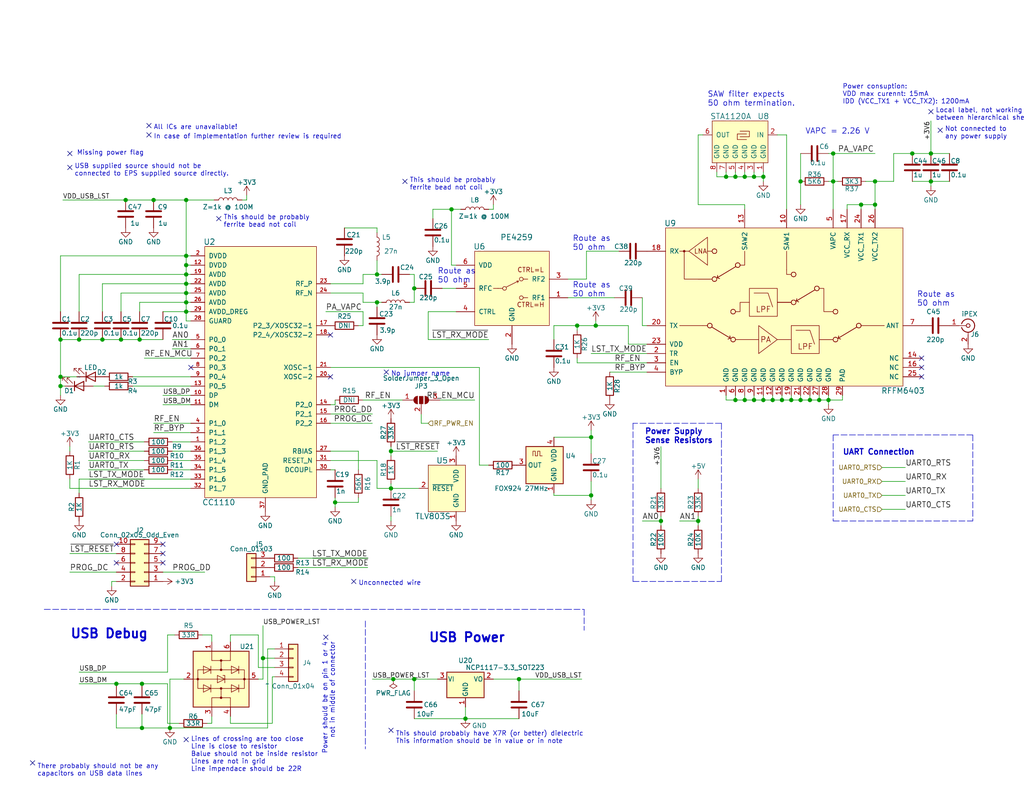
<source format=kicad_sch>
(kicad_sch (version 20210621) (generator eeschema)

  (uuid 31b0c6a8-031c-465a-a937-d97b09c540f9)

  (paper "USLetter")

  (title_block
    (title "OpenLST Reference Design")
    (date "2018-08-02")
    (rev "2.1")
    (comment 1 "Drawn by Ryan Kingsbury")
    (comment 2 "License")
    (comment 3 "This work is licensed under a Creative Commons Attribution-ShareAlike 4.0 International")
    (comment 4 "Copyright 2018 Planet Labs Inc")
  )

  


  (junction (at 16.51 92.71) (diameter 1.016) (color 0 0 0 0))
  (junction (at 16.51 102.87) (diameter 1.016) (color 0 0 0 0))
  (junction (at 16.51 105.41) (diameter 1.016) (color 0 0 0 0))
  (junction (at 21.59 92.71) (diameter 1.016) (color 0 0 0 0))
  (junction (at 27.94 92.71) (diameter 1.016) (color 0 0 0 0))
  (junction (at 31.75 186.69) (diameter 1.016) (color 0 0 0 0))
  (junction (at 33.02 92.71) (diameter 1.016) (color 0 0 0 0))
  (junction (at 34.29 54.61) (diameter 1.016) (color 0 0 0 0))
  (junction (at 38.1 92.71) (diameter 1.016) (color 0 0 0 0))
  (junction (at 38.735 186.69) (diameter 1.016) (color 0 0 0 0))
  (junction (at 38.735 198.755) (diameter 1.016) (color 0 0 0 0))
  (junction (at 41.91 54.61) (diameter 1.016) (color 0 0 0 0))
  (junction (at 46.355 198.755) (diameter 1.016) (color 0 0 0 0))
  (junction (at 50.8 54.61) (diameter 1.016) (color 0 0 0 0))
  (junction (at 50.8 69.85) (diameter 1.016) (color 0 0 0 0))
  (junction (at 50.8 72.39) (diameter 1.016) (color 0 0 0 0))
  (junction (at 50.8 74.93) (diameter 1.016) (color 0 0 0 0))
  (junction (at 50.8 77.47) (diameter 1.016) (color 0 0 0 0))
  (junction (at 50.8 80.01) (diameter 1.016) (color 0 0 0 0))
  (junction (at 50.8 82.55) (diameter 1.016) (color 0 0 0 0))
  (junction (at 50.8 85.09) (diameter 1.016) (color 0 0 0 0))
  (junction (at 71.755 179.705) (diameter 1.016) (color 0 0 0 0))
  (junction (at 91.44 137.16) (diameter 1.016) (color 0 0 0 0))
  (junction (at 102.87 74.93) (diameter 1.016) (color 0 0 0 0))
  (junction (at 102.87 82.55) (diameter 1.016) (color 0 0 0 0))
  (junction (at 106.68 123.19) (diameter 1.016) (color 0 0 0 0))
  (junction (at 106.68 133.35) (diameter 1.016) (color 0 0 0 0))
  (junction (at 107.315 185.42) (diameter 1.016) (color 0 0 0 0))
  (junction (at 113.03 78.74) (diameter 1.016) (color 0 0 0 0))
  (junction (at 113.03 185.42) (diameter 1.016) (color 0 0 0 0))
  (junction (at 123.19 57.15) (diameter 1.016) (color 0 0 0 0))
  (junction (at 127 196.215) (diameter 1.016) (color 0 0 0 0))
  (junction (at 141.605 185.42) (diameter 1.016) (color 0 0 0 0))
  (junction (at 157.48 88.9) (diameter 1.016) (color 0 0 0 0))
  (junction (at 161.29 119.38) (diameter 1.016) (color 0 0 0 0))
  (junction (at 161.29 135.255) (diameter 1.016) (color 0 0 0 0))
  (junction (at 162.56 88.9) (diameter 1.016) (color 0 0 0 0))
  (junction (at 180.34 142.24) (diameter 1.016) (color 0 0 0 0))
  (junction (at 190.5 142.24) (diameter 1.016) (color 0 0 0 0))
  (junction (at 198.12 48.26) (diameter 1.016) (color 0 0 0 0))
  (junction (at 200.66 48.26) (diameter 1.016) (color 0 0 0 0))
  (junction (at 200.66 109.22) (diameter 1.016) (color 0 0 0 0))
  (junction (at 203.2 48.26) (diameter 1.016) (color 0 0 0 0))
  (junction (at 203.2 109.22) (diameter 1.016) (color 0 0 0 0))
  (junction (at 205.74 48.26) (diameter 1.016) (color 0 0 0 0))
  (junction (at 205.74 109.22) (diameter 1.016) (color 0 0 0 0))
  (junction (at 208.28 48.26) (diameter 1.016) (color 0 0 0 0))
  (junction (at 208.28 109.22) (diameter 1.016) (color 0 0 0 0))
  (junction (at 210.82 109.22) (diameter 1.016) (color 0 0 0 0))
  (junction (at 213.36 109.22) (diameter 1.016) (color 0 0 0 0))
  (junction (at 215.9 109.22) (diameter 1.016) (color 0 0 0 0))
  (junction (at 218.44 49.53) (diameter 1.016) (color 0 0 0 0))
  (junction (at 218.44 109.22) (diameter 1.016) (color 0 0 0 0))
  (junction (at 220.98 109.22) (diameter 1.016) (color 0 0 0 0))
  (junction (at 223.52 109.22) (diameter 1.016) (color 0 0 0 0))
  (junction (at 226.06 109.22) (diameter 1.016) (color 0 0 0 0))
  (junction (at 227.33 41.91) (diameter 1.016) (color 0 0 0 0))
  (junction (at 227.33 49.53) (diameter 1.016) (color 0 0 0 0))
  (junction (at 234.95 55.88) (diameter 1.016) (color 0 0 0 0))
  (junction (at 238.76 49.53) (diameter 1.016) (color 0 0 0 0))
  (junction (at 238.76 55.88) (diameter 1.016) (color 0 0 0 0))
  (junction (at 248.92 41.91) (diameter 1.016) (color 0 0 0 0))
  (junction (at 254 41.91) (diameter 1.016) (color 0 0 0 0))
  (junction (at 254 49.53) (diameter 1.016) (color 0 0 0 0))

  (no_connect (at 8.89 208.28) (uuid 604d9c7d-2d3c-4009-b9be-bfb7f1597047))
  (no_connect (at 19.05 41.91) (uuid 4ae87010-1994-40c2-a0d9-176e9d8e05b5))
  (no_connect (at 19.05 45.72) (uuid 748aade5-8eb2-470b-aa5f-86a59da28a23))
  (no_connect (at 31.75 148.59) (uuid bd1c0dc9-9dab-4a8e-960f-1be5fb624ba2))
  (no_connect (at 31.75 153.67) (uuid 2835a888-a3b6-4aa1-bcc0-c16b4cc0a324))
  (no_connect (at 40.64 34.29) (uuid 1fe0feb1-2a3d-4d7d-ae9c-0e09d8d8aae5))
  (no_connect (at 40.64 36.83) (uuid dd9d7c69-42a8-4414-b13f-eb9c4e26c22d))
  (no_connect (at 44.45 148.59) (uuid 1ed7ac17-6c61-4e9a-a0a5-ce3e8a7df851))
  (no_connect (at 44.45 151.13) (uuid edbe6432-cdc2-4880-a5a5-187633fe248e))
  (no_connect (at 44.45 153.67) (uuid ebb02fa3-ca97-44d1-9429-1497c5b0f1f5))
  (no_connect (at 50.8 201.93) (uuid 0b2db45c-9a58-4126-9e75-37ad6d8e1f2a))
  (no_connect (at 52.07 100.33) (uuid df72d2fc-ccdb-4b79-8a89-20cce0c913c5))
  (no_connect (at 59.69 59.69) (uuid c58398fa-0f21-4bc7-a7af-cbf8538635e7))
  (no_connect (at 88.9 173.99) (uuid d6349a9c-8ca8-4480-ac69-d2c5b1a905eb))
  (no_connect (at 90.17 91.44) (uuid 07da0a64-f33b-469a-973d-c9b25dd8db9e))
  (no_connect (at 90.17 102.87) (uuid 39387e56-b387-4959-94ce-73d8a78be2b3))
  (no_connect (at 96.52 158.75) (uuid 0b2db45c-9a58-4126-9e75-37ad6d8e1f2a))
  (no_connect (at 105.41 101.6) (uuid 0335c45a-d1d2-4eaa-befb-1a708a5c2108))
  (no_connect (at 106.68 199.39) (uuid 73ccb9dc-21b7-42b4-bdcd-c48a0b5afbf7))
  (no_connect (at 110.49 49.53) (uuid 2ad315fc-0257-4780-956b-a7c95388dacc))
  (no_connect (at 251.46 97.79) (uuid f69c727c-cf15-44ef-bbb7-55c493ba44b2))
  (no_connect (at 251.46 100.33) (uuid ee771831-bd6c-4140-95ae-f4245c540cb3))
  (no_connect (at 251.46 102.87) (uuid db1a56a6-b7b9-4146-8cd1-d658900b5370))
  (no_connect (at 254 30.48) (uuid 61ec4808-daaf-4059-ab83-795f9c8e5d19))
  (no_connect (at 256.54 35.56) (uuid 2ae328a2-1f37-4790-9142-8cbce20a8a1f))

  (wire (pts (xy 16.51 69.85) (xy 50.8 69.85))
    (stroke (width 0) (type solid) (color 0 0 0 0))
    (uuid cb64e1e3-a20b-4d0d-9852-74e7a2db52d2)
  )
  (wire (pts (xy 16.51 85.09) (xy 16.51 69.85))
    (stroke (width 0) (type solid) (color 0 0 0 0))
    (uuid bfb94146-2417-495c-afbe-daff6e2e6224)
  )
  (wire (pts (xy 16.51 92.71) (xy 16.51 102.87))
    (stroke (width 0) (type solid) (color 0 0 0 0))
    (uuid d0f15985-7d7b-4048-994a-65bcb688b4a1)
  )
  (wire (pts (xy 16.51 92.71) (xy 21.59 92.71))
    (stroke (width 0) (type solid) (color 0 0 0 0))
    (uuid 113ffbe2-2693-4119-bdb8-11dea62ba7f3)
  )
  (wire (pts (xy 16.51 102.87) (xy 16.51 105.41))
    (stroke (width 0) (type solid) (color 0 0 0 0))
    (uuid d0f15985-7d7b-4048-994a-65bcb688b4a1)
  )
  (wire (pts (xy 16.51 102.87) (xy 20.955 102.87))
    (stroke (width 0) (type solid) (color 0 0 0 0))
    (uuid 0b6b40ce-ef74-431c-877d-a5a7c35123ec)
  )
  (wire (pts (xy 16.51 105.41) (xy 16.51 107.95))
    (stroke (width 0) (type solid) (color 0 0 0 0))
    (uuid d0f15985-7d7b-4048-994a-65bcb688b4a1)
  )
  (wire (pts (xy 16.51 105.41) (xy 17.78 105.41))
    (stroke (width 0) (type solid) (color 0 0 0 0))
    (uuid 760fd7ce-6820-406f-aaf1-acdbe1764e42)
  )
  (wire (pts (xy 19.05 121.92) (xy 19.05 123.19))
    (stroke (width 0) (type solid) (color 0 0 0 0))
    (uuid b3cb7d03-5bef-4d3f-823f-001cb79fd627)
  )
  (wire (pts (xy 19.05 130.81) (xy 19.05 133.35))
    (stroke (width 0) (type solid) (color 0 0 0 0))
    (uuid 1e1bea3b-7b95-4b92-8311-8c0cf9ab3b11)
  )
  (wire (pts (xy 19.05 133.35) (xy 52.07 133.35))
    (stroke (width 0) (type solid) (color 0 0 0 0))
    (uuid 679b6ff4-ae13-41cd-ba2f-d2c2284c2873)
  )
  (wire (pts (xy 19.05 156.21) (xy 31.75 156.21))
    (stroke (width 0) (type solid) (color 0 0 0 0))
    (uuid e04dccd5-03b9-4fdb-a892-6917746ff057)
  )
  (wire (pts (xy 21.59 74.93) (xy 50.8 74.93))
    (stroke (width 0) (type solid) (color 0 0 0 0))
    (uuid 0e846a0c-79e7-488b-ba52-6f3e26c690b2)
  )
  (wire (pts (xy 21.59 85.09) (xy 21.59 74.93))
    (stroke (width 0) (type solid) (color 0 0 0 0))
    (uuid 2b149225-5dc2-45e9-91fc-16c401e34f41)
  )
  (wire (pts (xy 21.59 92.71) (xy 27.94 92.71))
    (stroke (width 0) (type solid) (color 0 0 0 0))
    (uuid 113ffbe2-2693-4119-bdb8-11dea62ba7f3)
  )
  (wire (pts (xy 21.59 130.81) (xy 21.59 134.62))
    (stroke (width 0) (type solid) (color 0 0 0 0))
    (uuid eb934a01-5e67-4db4-90b6-e19d80ac31de)
  )
  (wire (pts (xy 21.59 130.81) (xy 52.07 130.81))
    (stroke (width 0) (type solid) (color 0 0 0 0))
    (uuid 8979dc7e-f18d-4026-ab5b-e25b6573fb73)
  )
  (wire (pts (xy 21.59 183.515) (xy 45.72 183.515))
    (stroke (width 0) (type solid) (color 0 0 0 0))
    (uuid dc1399c5-f109-45b9-87bd-0a03da2a53f5)
  )
  (wire (pts (xy 21.59 186.69) (xy 31.75 186.69))
    (stroke (width 0) (type solid) (color 0 0 0 0))
    (uuid a2bac812-9657-4c5b-ad98-f1a22472482d)
  )
  (wire (pts (xy 25.4 105.41) (xy 28.575 105.41))
    (stroke (width 0) (type solid) (color 0 0 0 0))
    (uuid 1146694e-218f-4201-8413-2bbbd0b538b8)
  )
  (wire (pts (xy 27.94 77.47) (xy 50.8 77.47))
    (stroke (width 0) (type solid) (color 0 0 0 0))
    (uuid 2b38cbfa-8e29-4a9f-a100-1bf551f2379b)
  )
  (wire (pts (xy 27.94 85.09) (xy 27.94 77.47))
    (stroke (width 0) (type solid) (color 0 0 0 0))
    (uuid 9ff02183-ed72-4e70-85ff-dde8c81e6605)
  )
  (wire (pts (xy 27.94 92.71) (xy 33.02 92.71))
    (stroke (width 0) (type solid) (color 0 0 0 0))
    (uuid 113ffbe2-2693-4119-bdb8-11dea62ba7f3)
  )
  (wire (pts (xy 30.48 158.75) (xy 31.75 158.75))
    (stroke (width 0) (type solid) (color 0 0 0 0))
    (uuid ddba8fa4-1024-48c8-81ad-669a90684c03)
  )
  (wire (pts (xy 30.48 160.02) (xy 30.48 158.75))
    (stroke (width 0) (type solid) (color 0 0 0 0))
    (uuid 70ca4b9c-6ba9-40e9-aa20-c9a2d66d2939)
  )
  (wire (pts (xy 31.75 151.13) (xy 19.05 151.13))
    (stroke (width 0) (type solid) (color 0 0 0 0))
    (uuid 9942928c-6d04-4425-a9e4-f3e8957c3313)
  )
  (wire (pts (xy 31.75 186.69) (xy 31.75 187.325))
    (stroke (width 0) (type solid) (color 0 0 0 0))
    (uuid 81c23ca5-b1fc-4b0b-b8fa-b556616113b5)
  )
  (wire (pts (xy 31.75 186.69) (xy 38.735 186.69))
    (stroke (width 0) (type solid) (color 0 0 0 0))
    (uuid 2613ce09-43b5-44b5-b4b7-a851dcc99fd6)
  )
  (wire (pts (xy 31.75 194.945) (xy 31.75 198.755))
    (stroke (width 0) (type solid) (color 0 0 0 0))
    (uuid ba939b59-3212-4ed3-b356-69f7ffe1f135)
  )
  (wire (pts (xy 31.75 198.755) (xy 38.735 198.755))
    (stroke (width 0) (type solid) (color 0 0 0 0))
    (uuid 596ee0b9-fbeb-49da-9554-1c1c4fdd0f71)
  )
  (wire (pts (xy 33.02 80.01) (xy 50.8 80.01))
    (stroke (width 0) (type solid) (color 0 0 0 0))
    (uuid a10396ae-a1e6-4d63-bd03-8767d74cde3b)
  )
  (wire (pts (xy 33.02 85.09) (xy 33.02 80.01))
    (stroke (width 0) (type solid) (color 0 0 0 0))
    (uuid 018609aa-4a55-47cc-a055-9d5ffe6dc215)
  )
  (wire (pts (xy 33.02 92.71) (xy 38.1 92.71))
    (stroke (width 0) (type solid) (color 0 0 0 0))
    (uuid 113ffbe2-2693-4119-bdb8-11dea62ba7f3)
  )
  (wire (pts (xy 34.29 54.61) (xy 17.145 54.61))
    (stroke (width 0) (type solid) (color 0 0 0 0))
    (uuid d33926db-1156-4050-92fb-d71cc22303ac)
  )
  (wire (pts (xy 34.29 54.61) (xy 41.91 54.61))
    (stroke (width 0) (type solid) (color 0 0 0 0))
    (uuid 69b52d80-69ad-48b4-b665-c0c61f72ca5c)
  )
  (wire (pts (xy 36.195 102.87) (xy 52.07 102.87))
    (stroke (width 0) (type solid) (color 0 0 0 0))
    (uuid 8ee3adec-fb01-490b-a3d5-c4eda133a51e)
  )
  (wire (pts (xy 36.195 105.41) (xy 52.07 105.41))
    (stroke (width 0) (type solid) (color 0 0 0 0))
    (uuid cc3c8d8b-72e6-4409-b53a-5c41e1952a54)
  )
  (wire (pts (xy 38.1 82.55) (xy 50.8 82.55))
    (stroke (width 0) (type solid) (color 0 0 0 0))
    (uuid d0acf503-0287-4f12-a3a1-ed6526d69b81)
  )
  (wire (pts (xy 38.1 85.09) (xy 38.1 82.55))
    (stroke (width 0) (type solid) (color 0 0 0 0))
    (uuid 8e2d5558-3ef2-4127-b8dc-234d5ce7d871)
  )
  (wire (pts (xy 38.1 92.71) (xy 44.45 92.71))
    (stroke (width 0) (type solid) (color 0 0 0 0))
    (uuid 113ffbe2-2693-4119-bdb8-11dea62ba7f3)
  )
  (wire (pts (xy 38.735 186.69) (xy 38.735 187.325))
    (stroke (width 0) (type solid) (color 0 0 0 0))
    (uuid e0ae84f7-5e3f-4750-81ec-8d2ba506dc69)
  )
  (wire (pts (xy 38.735 186.69) (xy 45.72 186.69))
    (stroke (width 0) (type solid) (color 0 0 0 0))
    (uuid 77b721af-23cd-4124-b49d-f7ed3a0e799a)
  )
  (wire (pts (xy 38.735 194.945) (xy 38.735 198.755))
    (stroke (width 0) (type solid) (color 0 0 0 0))
    (uuid c55cc64d-3a54-40ef-a081-303220083fdd)
  )
  (wire (pts (xy 38.735 198.755) (xy 46.355 198.755))
    (stroke (width 0) (type solid) (color 0 0 0 0))
    (uuid 7c2dc806-7e37-44e5-bf2b-6cae1d8c3f6c)
  )
  (wire (pts (xy 39.37 97.79) (xy 52.07 97.79))
    (stroke (width 0) (type solid) (color 0 0 0 0))
    (uuid fe31f114-5356-4728-bbe3-a67226569d75)
  )
  (wire (pts (xy 39.37 120.65) (xy 24.13 120.65))
    (stroke (width 0) (type solid) (color 0 0 0 0))
    (uuid 63e5da63-984b-4325-825d-29e69a73e506)
  )
  (wire (pts (xy 39.37 123.19) (xy 24.13 123.19))
    (stroke (width 0) (type solid) (color 0 0 0 0))
    (uuid b81aeb5d-43a7-4688-8d97-2d73822fd324)
  )
  (wire (pts (xy 39.37 125.73) (xy 24.13 125.73))
    (stroke (width 0) (type solid) (color 0 0 0 0))
    (uuid a9660e5a-ff1c-47bd-ae35-d302e675c3aa)
  )
  (wire (pts (xy 39.37 128.27) (xy 24.13 128.27))
    (stroke (width 0) (type solid) (color 0 0 0 0))
    (uuid dd5a4d2c-6ee6-4a52-a18e-240856b10640)
  )
  (wire (pts (xy 41.91 54.61) (xy 50.8 54.61))
    (stroke (width 0) (type solid) (color 0 0 0 0))
    (uuid 69b52d80-69ad-48b4-b665-c0c61f72ca5c)
  )
  (wire (pts (xy 44.45 85.09) (xy 50.8 85.09))
    (stroke (width 0) (type solid) (color 0 0 0 0))
    (uuid 001f07de-c19f-406c-b57a-a7031dae9029)
  )
  (wire (pts (xy 44.45 107.95) (xy 52.07 107.95))
    (stroke (width 0) (type solid) (color 0 0 0 0))
    (uuid 34712cd0-50ed-45a2-b52a-b463af69f139)
  )
  (wire (pts (xy 44.45 110.49) (xy 52.07 110.49))
    (stroke (width 0) (type solid) (color 0 0 0 0))
    (uuid 0c4711d2-f924-4aaf-b681-013f2e628010)
  )
  (wire (pts (xy 44.45 156.21) (xy 55.88 156.21))
    (stroke (width 0) (type solid) (color 0 0 0 0))
    (uuid efcb3cc7-472b-44ec-86ad-fcc124a008aa)
  )
  (wire (pts (xy 45.72 173.355) (xy 45.72 183.515))
    (stroke (width 0) (type solid) (color 0 0 0 0))
    (uuid 23adf46f-58d5-49e7-a049-169b28eff4df)
  )
  (wire (pts (xy 45.72 186.69) (xy 45.72 197.485))
    (stroke (width 0) (type solid) (color 0 0 0 0))
    (uuid 602711c7-ab6a-413f-aa75-921555f8d673)
  )
  (wire (pts (xy 46.355 185.42) (xy 50.165 185.42))
    (stroke (width 0) (type solid) (color 0 0 0 0))
    (uuid 8c0859bf-34fe-4751-8689-96fdb6ee060e)
  )
  (wire (pts (xy 46.355 198.755) (xy 46.355 185.42))
    (stroke (width 0) (type solid) (color 0 0 0 0))
    (uuid e9ea0baf-69ea-4b3f-8623-67273d3e79a0)
  )
  (wire (pts (xy 46.355 198.755) (xy 73.025 198.755))
    (stroke (width 0) (type solid) (color 0 0 0 0))
    (uuid 5db08e06-d4ee-4a3e-903f-bded6920e495)
  )
  (wire (pts (xy 46.99 120.65) (xy 52.07 120.65))
    (stroke (width 0) (type solid) (color 0 0 0 0))
    (uuid 65f8db90-bcee-42cd-aff6-f9c60f72bc15)
  )
  (wire (pts (xy 46.99 123.19) (xy 52.07 123.19))
    (stroke (width 0) (type solid) (color 0 0 0 0))
    (uuid d290f9c6-590c-4735-a434-3b632c88ffb8)
  )
  (wire (pts (xy 46.99 125.73) (xy 52.07 125.73))
    (stroke (width 0) (type solid) (color 0 0 0 0))
    (uuid b8e393ea-6246-40cb-af9d-35795b2dad95)
  )
  (wire (pts (xy 46.99 128.27) (xy 52.07 128.27))
    (stroke (width 0) (type solid) (color 0 0 0 0))
    (uuid d52cd717-f4c3-441c-ab95-57fd2e3990b4)
  )
  (wire (pts (xy 47.625 173.355) (xy 45.72 173.355))
    (stroke (width 0) (type solid) (color 0 0 0 0))
    (uuid c4ac730c-b9d8-4e68-898f-921e1d197d81)
  )
  (wire (pts (xy 48.895 197.485) (xy 45.72 197.485))
    (stroke (width 0) (type solid) (color 0 0 0 0))
    (uuid a00d60aa-6b4b-4a5a-8c72-cacb30198886)
  )
  (wire (pts (xy 50.8 54.61) (xy 50.8 69.85))
    (stroke (width 0) (type solid) (color 0 0 0 0))
    (uuid 1cb0e9c4-c7da-4efc-bab7-fd9f130b250f)
  )
  (wire (pts (xy 50.8 54.61) (xy 58.42 54.61))
    (stroke (width 0) (type solid) (color 0 0 0 0))
    (uuid 279d666b-4bf9-4ad3-9e47-e7d284e8b248)
  )
  (wire (pts (xy 50.8 69.85) (xy 50.8 72.39))
    (stroke (width 0) (type solid) (color 0 0 0 0))
    (uuid a343497b-c29d-483a-9660-8a714e911b40)
  )
  (wire (pts (xy 50.8 69.85) (xy 52.07 69.85))
    (stroke (width 0) (type solid) (color 0 0 0 0))
    (uuid 7d0e0291-71de-4189-8f7d-2298754407f1)
  )
  (wire (pts (xy 50.8 72.39) (xy 50.8 74.93))
    (stroke (width 0) (type solid) (color 0 0 0 0))
    (uuid 1b5f8d9f-c23f-4236-9fd7-834c95ba777f)
  )
  (wire (pts (xy 50.8 72.39) (xy 52.07 72.39))
    (stroke (width 0) (type solid) (color 0 0 0 0))
    (uuid c9b7ba65-58a6-471e-b4dc-f071eee93d01)
  )
  (wire (pts (xy 50.8 74.93) (xy 50.8 77.47))
    (stroke (width 0) (type solid) (color 0 0 0 0))
    (uuid 950b441d-dca9-4246-b8e4-b044da04c1f9)
  )
  (wire (pts (xy 50.8 74.93) (xy 52.07 74.93))
    (stroke (width 0) (type solid) (color 0 0 0 0))
    (uuid 54d13763-408b-4a41-9186-7e3af4a919ac)
  )
  (wire (pts (xy 50.8 77.47) (xy 50.8 80.01))
    (stroke (width 0) (type solid) (color 0 0 0 0))
    (uuid 1a979674-d889-47de-966a-8123d483e225)
  )
  (wire (pts (xy 50.8 77.47) (xy 52.07 77.47))
    (stroke (width 0) (type solid) (color 0 0 0 0))
    (uuid aac38559-f386-4ec1-a157-c1f05f398a5c)
  )
  (wire (pts (xy 50.8 80.01) (xy 50.8 82.55))
    (stroke (width 0) (type solid) (color 0 0 0 0))
    (uuid 3b8b6c41-2a6e-4dbf-8bc2-90b6df22e0b4)
  )
  (wire (pts (xy 50.8 80.01) (xy 52.07 80.01))
    (stroke (width 0) (type solid) (color 0 0 0 0))
    (uuid b33cf266-84d0-4c7c-a18c-865e9f48e2f0)
  )
  (wire (pts (xy 50.8 82.55) (xy 50.8 85.09))
    (stroke (width 0) (type solid) (color 0 0 0 0))
    (uuid b511643a-40b1-400d-8189-5eebb4df6d85)
  )
  (wire (pts (xy 50.8 82.55) (xy 52.07 82.55))
    (stroke (width 0) (type solid) (color 0 0 0 0))
    (uuid 964ab87e-9f66-4e7e-ae1f-1a03d2bb00ab)
  )
  (wire (pts (xy 50.8 85.09) (xy 50.8 87.63))
    (stroke (width 0) (type solid) (color 0 0 0 0))
    (uuid 0e72e75f-373b-435d-b33b-09ebfd173830)
  )
  (wire (pts (xy 50.8 85.09) (xy 52.07 85.09))
    (stroke (width 0) (type solid) (color 0 0 0 0))
    (uuid b9abca4b-f17e-49da-9cf2-36b785c7066a)
  )
  (wire (pts (xy 50.8 87.63) (xy 52.07 87.63))
    (stroke (width 0) (type solid) (color 0 0 0 0))
    (uuid b8de970d-f9b3-4edd-a4c1-79bb1ba723bf)
  )
  (wire (pts (xy 52.07 92.71) (xy 46.99 92.71))
    (stroke (width 0) (type solid) (color 0 0 0 0))
    (uuid 56ce3273-3ee0-4329-bbcd-d8b69a8f3070)
  )
  (wire (pts (xy 52.07 95.25) (xy 46.99 95.25))
    (stroke (width 0) (type solid) (color 0 0 0 0))
    (uuid e6f86d11-c777-4a7b-a341-dd4ba83f8cb9)
  )
  (wire (pts (xy 52.07 115.57) (xy 41.91 115.57))
    (stroke (width 0) (type solid) (color 0 0 0 0))
    (uuid ce68e74f-46c4-471a-bb68-0a1d2d36e7b4)
  )
  (wire (pts (xy 52.07 118.11) (xy 41.91 118.11))
    (stroke (width 0) (type solid) (color 0 0 0 0))
    (uuid d67f9b0e-275f-4dfc-9094-a32d66c82ef7)
  )
  (wire (pts (xy 55.245 173.355) (xy 57.785 173.355))
    (stroke (width 0) (type solid) (color 0 0 0 0))
    (uuid 3ed27699-bb6a-4f70-9a2c-a62edae58f99)
  )
  (wire (pts (xy 56.515 197.485) (xy 57.785 197.485))
    (stroke (width 0) (type solid) (color 0 0 0 0))
    (uuid e6b85693-9b07-443f-982d-6e4fb9070884)
  )
  (wire (pts (xy 57.785 175.26) (xy 57.785 173.355))
    (stroke (width 0) (type solid) (color 0 0 0 0))
    (uuid 26f203a9-b1fb-4798-898c-bbb5c7b4fd8f)
  )
  (wire (pts (xy 57.785 195.58) (xy 57.785 197.485))
    (stroke (width 0) (type solid) (color 0 0 0 0))
    (uuid eaa5afd6-abbc-47d3-8f17-072ee3ad360b)
  )
  (wire (pts (xy 62.865 173.355) (xy 62.865 175.26))
    (stroke (width 0) (type solid) (color 0 0 0 0))
    (uuid 7abebd6e-3e83-4d03-8beb-614fa529bddb)
  )
  (wire (pts (xy 62.865 195.58) (xy 62.865 197.485))
    (stroke (width 0) (type solid) (color 0 0 0 0))
    (uuid adcdd075-6c08-4dd0-b191-6ff6f5997428)
  )
  (wire (pts (xy 62.865 197.485) (xy 74.295 197.485))
    (stroke (width 0) (type solid) (color 0 0 0 0))
    (uuid b3ab69df-5f2a-45f2-8cce-6cf6acb18aa7)
  )
  (wire (pts (xy 67.31 53.34) (xy 67.31 54.61))
    (stroke (width 0) (type solid) (color 0 0 0 0))
    (uuid 3c7b332a-4c7a-4be5-a625-ceb96b7861ae)
  )
  (wire (pts (xy 67.31 54.61) (xy 66.04 54.61))
    (stroke (width 0) (type solid) (color 0 0 0 0))
    (uuid 10e88112-67c2-446f-b77b-b8a3b994c6ea)
  )
  (wire (pts (xy 70.485 173.355) (xy 62.865 173.355))
    (stroke (width 0) (type solid) (color 0 0 0 0))
    (uuid 847d8cbb-f8b4-4ef7-b94a-4ebeba8829fc)
  )
  (wire (pts (xy 70.485 182.245) (xy 70.485 173.355))
    (stroke (width 0) (type solid) (color 0 0 0 0))
    (uuid daf7e652-3fff-4c5e-aba0-7faad60d1db9)
  )
  (wire (pts (xy 70.485 185.42) (xy 71.755 185.42))
    (stroke (width 0) (type solid) (color 0 0 0 0))
    (uuid d0710096-c1ce-4bc8-b91a-5b8cd91b2ae6)
  )
  (wire (pts (xy 71.755 170.815) (xy 71.755 179.705))
    (stroke (width 0) (type solid) (color 0 0 0 0))
    (uuid e8c89e48-bb05-45a3-8993-bce4f0fa6823)
  )
  (wire (pts (xy 71.755 179.705) (xy 71.755 185.42))
    (stroke (width 0) (type solid) (color 0 0 0 0))
    (uuid 25240ee8-9419-404c-b92a-9f858d6b2570)
  )
  (wire (pts (xy 71.755 179.705) (xy 74.93 179.705))
    (stroke (width 0) (type solid) (color 0 0 0 0))
    (uuid 2caad82b-c0b3-4a37-ae72-2910918221ce)
  )
  (wire (pts (xy 73.025 177.165) (xy 73.025 198.755))
    (stroke (width 0) (type solid) (color 0 0 0 0))
    (uuid aaa7970a-97b2-4cff-b61d-301ec4014e71)
  )
  (wire (pts (xy 73.66 157.48) (xy 74.93 157.48))
    (stroke (width 0) (type solid) (color 0 0 0 0))
    (uuid d08771cf-a1f2-4353-aa29-79f7dad276b9)
  )
  (wire (pts (xy 74.295 184.785) (xy 74.295 197.485))
    (stroke (width 0) (type solid) (color 0 0 0 0))
    (uuid 6e93fa7b-146a-4f02-951f-783febece7a2)
  )
  (wire (pts (xy 74.93 157.48) (xy 74.93 158.75))
    (stroke (width 0) (type solid) (color 0 0 0 0))
    (uuid 48a74c96-989d-4fa5-b2a0-276dce85907d)
  )
  (wire (pts (xy 74.93 177.165) (xy 73.025 177.165))
    (stroke (width 0) (type solid) (color 0 0 0 0))
    (uuid 64c2183c-9171-42d4-947c-13b0043a6c30)
  )
  (wire (pts (xy 74.93 182.245) (xy 70.485 182.245))
    (stroke (width 0) (type solid) (color 0 0 0 0))
    (uuid 58733073-68bd-45ac-8fdc-9960611e6d54)
  )
  (wire (pts (xy 74.93 184.785) (xy 74.295 184.785))
    (stroke (width 0) (type solid) (color 0 0 0 0))
    (uuid 686c3e75-21b3-4ab3-8a9b-48069dfc415b)
  )
  (wire (pts (xy 81.28 152.4) (xy 100.33 152.4))
    (stroke (width 0) (type solid) (color 0 0 0 0))
    (uuid c6654a9d-4cbb-48d0-a16d-092d139d39d0)
  )
  (wire (pts (xy 81.28 154.94) (xy 100.33 154.94))
    (stroke (width 0) (type solid) (color 0 0 0 0))
    (uuid d2c8f905-e555-41f4-8168-eea8be832fa5)
  )
  (wire (pts (xy 90.17 100.33) (xy 130.81 100.33))
    (stroke (width 0) (type solid) (color 0 0 0 0))
    (uuid 0d2c17bc-b8aa-45c1-b925-6665cb347660)
  )
  (wire (pts (xy 90.17 110.49) (xy 91.44 110.49))
    (stroke (width 0) (type solid) (color 0 0 0 0))
    (uuid 8a511972-6230-4497-bf58-3bf0d5a2b0bb)
  )
  (wire (pts (xy 90.17 113.03) (xy 101.6 113.03))
    (stroke (width 0) (type solid) (color 0 0 0 0))
    (uuid 967ad674-4fdb-4590-bba2-78200aa5c49d)
  )
  (wire (pts (xy 90.17 115.57) (xy 101.6 115.57))
    (stroke (width 0) (type solid) (color 0 0 0 0))
    (uuid 94d320cd-6eac-440c-bde0-344a8a565c6e)
  )
  (wire (pts (xy 90.17 123.19) (xy 97.79 123.19))
    (stroke (width 0) (type solid) (color 0 0 0 0))
    (uuid 6433c154-fe65-4b82-8e3c-617090328608)
  )
  (wire (pts (xy 90.17 125.73) (xy 102.87 125.73))
    (stroke (width 0) (type solid) (color 0 0 0 0))
    (uuid 29ab046f-fabe-47c6-935c-bbb7ccacdac1)
  )
  (wire (pts (xy 90.17 128.27) (xy 91.44 128.27))
    (stroke (width 0) (type solid) (color 0 0 0 0))
    (uuid 96a09475-4977-46b1-9ca4-9249e3c3e17e)
  )
  (wire (pts (xy 91.44 110.49) (xy 91.44 109.22))
    (stroke (width 0) (type solid) (color 0 0 0 0))
    (uuid a176db7b-8c29-491e-ac4f-d39af84cb433)
  )
  (wire (pts (xy 91.44 135.89) (xy 91.44 137.16))
    (stroke (width 0) (type solid) (color 0 0 0 0))
    (uuid 09154a0d-12c0-48b5-9163-39dfdea66f78)
  )
  (wire (pts (xy 91.44 137.16) (xy 91.44 138.43))
    (stroke (width 0) (type solid) (color 0 0 0 0))
    (uuid 9a336e60-212c-4b0f-b392-b5a1c8b9f766)
  )
  (wire (pts (xy 97.79 88.9) (xy 99.06 88.9))
    (stroke (width 0) (type solid) (color 0 0 0 0))
    (uuid 73468ba7-6cdc-4032-bbd4-28e07c379c25)
  )
  (wire (pts (xy 97.79 123.19) (xy 97.79 128.27))
    (stroke (width 0) (type solid) (color 0 0 0 0))
    (uuid 166b26ff-bfb3-406d-ad92-203f5b99e068)
  )
  (wire (pts (xy 97.79 135.89) (xy 97.79 137.16))
    (stroke (width 0) (type solid) (color 0 0 0 0))
    (uuid fdd62f51-1ad1-465c-9fad-0c274ea49d84)
  )
  (wire (pts (xy 97.79 137.16) (xy 91.44 137.16))
    (stroke (width 0) (type solid) (color 0 0 0 0))
    (uuid 581955b6-e8e4-4d61-a578-7709ab29ac75)
  )
  (wire (pts (xy 99.06 74.93) (xy 102.87 74.93))
    (stroke (width 0) (type solid) (color 0 0 0 0))
    (uuid 32085c14-c8ff-4c74-bb8f-f38df5e2722c)
  )
  (wire (pts (xy 99.06 77.47) (xy 90.17 77.47))
    (stroke (width 0) (type solid) (color 0 0 0 0))
    (uuid 6365cebb-414f-484d-9061-826154abad6e)
  )
  (wire (pts (xy 99.06 77.47) (xy 99.06 74.93))
    (stroke (width 0) (type solid) (color 0 0 0 0))
    (uuid e4bf8525-4603-4e18-aec0-5f19b64d8360)
  )
  (wire (pts (xy 99.06 80.01) (xy 90.17 80.01))
    (stroke (width 0) (type solid) (color 0 0 0 0))
    (uuid b367b5bf-7a24-4358-9d1e-f79ddc82a910)
  )
  (wire (pts (xy 99.06 82.55) (xy 99.06 80.01))
    (stroke (width 0) (type solid) (color 0 0 0 0))
    (uuid 4f299961-cb99-4155-869d-50162b2f4adb)
  )
  (wire (pts (xy 99.06 82.55) (xy 102.87 82.55))
    (stroke (width 0) (type solid) (color 0 0 0 0))
    (uuid 836eec7c-fbf7-467e-9160-a1fb985d7965)
  )
  (wire (pts (xy 99.06 85.09) (xy 88.9 85.09))
    (stroke (width 0) (type solid) (color 0 0 0 0))
    (uuid 92a13905-a032-40c2-a66e-1f7a1591878e)
  )
  (wire (pts (xy 99.06 88.9) (xy 99.06 85.09))
    (stroke (width 0) (type solid) (color 0 0 0 0))
    (uuid 4379819c-3929-474f-9d68-fda9f54ff7ab)
  )
  (wire (pts (xy 99.06 109.22) (xy 109.855 109.22))
    (stroke (width 0) (type solid) (color 0 0 0 0))
    (uuid 09a75c36-fcdf-40c7-95be-3890ff327f77)
  )
  (wire (pts (xy 101.6 185.42) (xy 107.315 185.42))
    (stroke (width 0) (type solid) (color 0 0 0 0))
    (uuid 6a3f6217-6b38-4055-8146-358c82bc1f08)
  )
  (wire (pts (xy 102.87 62.23) (xy 93.98 62.23))
    (stroke (width 0) (type solid) (color 0 0 0 0))
    (uuid df8873e8-3556-4909-b139-e0545041b2cc)
  )
  (wire (pts (xy 102.87 63.5) (xy 102.87 62.23))
    (stroke (width 0) (type solid) (color 0 0 0 0))
    (uuid d6338f31-daac-4ead-9090-402dc77df3a0)
  )
  (wire (pts (xy 102.87 74.93) (xy 102.87 71.12))
    (stroke (width 0) (type solid) (color 0 0 0 0))
    (uuid 98631438-24a5-4be5-97df-07b393f677ac)
  )
  (wire (pts (xy 102.87 74.93) (xy 104.14 74.93))
    (stroke (width 0) (type solid) (color 0 0 0 0))
    (uuid fe50a9dc-b1f8-4376-ab0b-e0b888b2cc95)
  )
  (wire (pts (xy 102.87 82.55) (xy 102.87 83.82))
    (stroke (width 0) (type solid) (color 0 0 0 0))
    (uuid c6ee1b1a-978a-4ce9-8ce2-7b98dcba6384)
  )
  (wire (pts (xy 102.87 82.55) (xy 104.14 82.55))
    (stroke (width 0) (type solid) (color 0 0 0 0))
    (uuid 836eec7c-fbf7-467e-9160-a1fb985d7965)
  )
  (wire (pts (xy 102.87 125.73) (xy 102.87 133.35))
    (stroke (width 0) (type solid) (color 0 0 0 0))
    (uuid 3ee5e65d-a9c9-4286-9944-68ba1a61bfab)
  )
  (wire (pts (xy 102.87 133.35) (xy 106.68 133.35))
    (stroke (width 0) (type solid) (color 0 0 0 0))
    (uuid 89ab63f3-a5eb-418a-8dbc-aa545fe2fda3)
  )
  (wire (pts (xy 106.68 121.92) (xy 106.68 123.19))
    (stroke (width 0) (type solid) (color 0 0 0 0))
    (uuid 54344b2a-2650-4b56-91ff-bdecd1faf38e)
  )
  (wire (pts (xy 106.68 123.19) (xy 106.68 124.46))
    (stroke (width 0) (type solid) (color 0 0 0 0))
    (uuid a7534b1c-6bd7-4b3c-b826-0f8aecc26bfe)
  )
  (wire (pts (xy 106.68 123.19) (xy 119.38 123.19))
    (stroke (width 0) (type solid) (color 0 0 0 0))
    (uuid 11ba78fb-ebb8-4e98-bba1-f0585b1932a3)
  )
  (wire (pts (xy 106.68 132.08) (xy 106.68 133.35))
    (stroke (width 0) (type solid) (color 0 0 0 0))
    (uuid bf84d9fe-6459-41be-a870-c95042cc3f78)
  )
  (wire (pts (xy 106.68 133.35) (xy 114.3 133.35))
    (stroke (width 0) (type solid) (color 0 0 0 0))
    (uuid 97dee1c5-1752-40ec-895c-59c7251891d6)
  )
  (wire (pts (xy 106.68 140.97) (xy 106.68 142.24))
    (stroke (width 0) (type solid) (color 0 0 0 0))
    (uuid ab821e9d-e355-46b3-805a-1f64f3b1b203)
  )
  (wire (pts (xy 107.315 185.42) (xy 113.03 185.42))
    (stroke (width 0) (type solid) (color 0 0 0 0))
    (uuid 4e0c1450-4220-49bf-a471-18367ec7cb1a)
  )
  (wire (pts (xy 111.76 74.93) (xy 113.03 74.93))
    (stroke (width 0) (type solid) (color 0 0 0 0))
    (uuid d633ca27-8f34-4409-81ec-34d89481dca1)
  )
  (wire (pts (xy 113.03 74.93) (xy 113.03 78.74))
    (stroke (width 0) (type solid) (color 0 0 0 0))
    (uuid 76643cc2-fb16-4b06-b4bf-d87e9ec768d8)
  )
  (wire (pts (xy 113.03 78.74) (xy 113.03 82.55))
    (stroke (width 0) (type solid) (color 0 0 0 0))
    (uuid 76643cc2-fb16-4b06-b4bf-d87e9ec768d8)
  )
  (wire (pts (xy 113.03 82.55) (xy 111.76 82.55))
    (stroke (width 0) (type solid) (color 0 0 0 0))
    (uuid 99889696-89ef-4390-8c65-b5d8d436ce33)
  )
  (wire (pts (xy 113.03 185.42) (xy 113.03 188.595))
    (stroke (width 0) (type solid) (color 0 0 0 0))
    (uuid f3ed857f-5db4-4eca-b82c-411c3bbbebb0)
  )
  (wire (pts (xy 113.03 185.42) (xy 119.38 185.42))
    (stroke (width 0) (type solid) (color 0 0 0 0))
    (uuid f766df24-00ec-4065-8f1d-b225dafcf279)
  )
  (wire (pts (xy 113.03 196.215) (xy 127 196.215))
    (stroke (width 0) (type solid) (color 0 0 0 0))
    (uuid 1348c5ac-2fb1-4a67-8dfd-2636db4fd5c6)
  )
  (wire (pts (xy 114.935 113.03) (xy 114.935 115.57))
    (stroke (width 0) (type solid) (color 0 0 0 0))
    (uuid 75dc6861-985b-4dcc-ae41-3b01b23b2c9e)
  )
  (wire (pts (xy 114.935 115.57) (xy 116.84 115.57))
    (stroke (width 0) (type solid) (color 0 0 0 0))
    (uuid 1dc67f17-17fc-4b94-a2b7-70a0b6a5895f)
  )
  (wire (pts (xy 116.84 85.09) (xy 116.84 92.71))
    (stroke (width 0) (type solid) (color 0 0 0 0))
    (uuid dd0cc9d9-5091-4105-93b7-7ba2b256a195)
  )
  (wire (pts (xy 116.84 92.71) (xy 133.35 92.71))
    (stroke (width 0) (type solid) (color 0 0 0 0))
    (uuid 35c1ac7b-c789-4037-960a-7da6b39d1275)
  )
  (wire (pts (xy 118.11 57.15) (xy 118.11 59.69))
    (stroke (width 0) (type solid) (color 0 0 0 0))
    (uuid 7dd4ec1f-fcda-49f2-9e1d-8f133a85d0db)
  )
  (wire (pts (xy 118.11 57.15) (xy 123.19 57.15))
    (stroke (width 0) (type solid) (color 0 0 0 0))
    (uuid fc461800-3596-4718-80aa-8bd7451a9c71)
  )
  (wire (pts (xy 120.015 109.22) (xy 129.54 109.22))
    (stroke (width 0) (type solid) (color 0 0 0 0))
    (uuid 8e213fbb-2736-48d5-b40e-8c19a30e95aa)
  )
  (wire (pts (xy 120.65 78.74) (xy 124.46 78.74))
    (stroke (width 0) (type solid) (color 0 0 0 0))
    (uuid 96adb8b7-79cd-4fe6-95a1-a5944cb60b05)
  )
  (wire (pts (xy 123.19 57.15) (xy 123.19 72.39))
    (stroke (width 0) (type solid) (color 0 0 0 0))
    (uuid 7a45da04-9607-4770-b85f-b923c3ad2189)
  )
  (wire (pts (xy 123.19 57.15) (xy 125.73 57.15))
    (stroke (width 0) (type solid) (color 0 0 0 0))
    (uuid 6a80006e-9704-4dc7-8552-a3db52873233)
  )
  (wire (pts (xy 123.19 72.39) (xy 124.46 72.39))
    (stroke (width 0) (type solid) (color 0 0 0 0))
    (uuid 66bf476c-e461-4d98-9190-21f83347191c)
  )
  (wire (pts (xy 124.46 85.09) (xy 116.84 85.09))
    (stroke (width 0) (type solid) (color 0 0 0 0))
    (uuid 1f347094-93bf-4b07-9085-d23f0392ce6c)
  )
  (wire (pts (xy 127 193.04) (xy 127 196.215))
    (stroke (width 0) (type solid) (color 0 0 0 0))
    (uuid ba8cc42c-f528-4161-907e-cbec8d2ee7c5)
  )
  (wire (pts (xy 127 196.215) (xy 141.605 196.215))
    (stroke (width 0) (type solid) (color 0 0 0 0))
    (uuid 88a13519-2d9a-4739-98a2-a6808614972c)
  )
  (wire (pts (xy 130.81 127) (xy 130.81 100.33))
    (stroke (width 0) (type solid) (color 0 0 0 0))
    (uuid 3b73e0c8-243f-471d-8ab9-f1844142f0a7)
  )
  (wire (pts (xy 133.35 127) (xy 130.81 127))
    (stroke (width 0) (type solid) (color 0 0 0 0))
    (uuid f7a46454-7e1e-4d2c-a1c2-043b88b067b0)
  )
  (wire (pts (xy 134.62 55.88) (xy 134.62 57.15))
    (stroke (width 0) (type solid) (color 0 0 0 0))
    (uuid 351e7051-f1c9-4aa2-8c25-261cf1a35681)
  )
  (wire (pts (xy 134.62 57.15) (xy 133.35 57.15))
    (stroke (width 0) (type solid) (color 0 0 0 0))
    (uuid b149c046-7381-463d-8cc5-3e6d338c5c33)
  )
  (wire (pts (xy 134.62 185.42) (xy 141.605 185.42))
    (stroke (width 0) (type solid) (color 0 0 0 0))
    (uuid 5e547642-a505-4bbe-86b4-91097382ca0a)
  )
  (wire (pts (xy 141.605 185.42) (xy 141.605 188.595))
    (stroke (width 0) (type solid) (color 0 0 0 0))
    (uuid 7ebeda66-9682-4a99-b807-2f8e35cf37ee)
  )
  (wire (pts (xy 141.605 185.42) (xy 158.75 185.42))
    (stroke (width 0) (type solid) (color 0 0 0 0))
    (uuid 059e8dca-9ef5-4b78-b8b5-aeb79e8f2bfd)
  )
  (wire (pts (xy 151.13 88.9) (xy 151.13 92.71))
    (stroke (width 0) (type solid) (color 0 0 0 0))
    (uuid ecd6095c-906a-48ce-8e3b-deebf30394fe)
  )
  (wire (pts (xy 151.13 88.9) (xy 157.48 88.9))
    (stroke (width 0) (type solid) (color 0 0 0 0))
    (uuid 4c25f994-e097-45ed-9313-a42e3921ec7f)
  )
  (wire (pts (xy 151.13 119.38) (xy 161.29 119.38))
    (stroke (width 0) (type solid) (color 0 0 0 0))
    (uuid 1ec1b280-1569-452e-b090-747caa7aaf5a)
  )
  (wire (pts (xy 151.13 134.62) (xy 151.13 135.255))
    (stroke (width 0) (type solid) (color 0 0 0 0))
    (uuid 99892513-8b7f-4d00-bfb9-52bfb79d164b)
  )
  (wire (pts (xy 151.13 135.255) (xy 161.29 135.255))
    (stroke (width 0) (type solid) (color 0 0 0 0))
    (uuid 99892513-8b7f-4d00-bfb9-52bfb79d164b)
  )
  (wire (pts (xy 154.94 81.28) (xy 167.64 81.28))
    (stroke (width 0) (type solid) (color 0 0 0 0))
    (uuid 6979c3c4-9cfc-4090-8611-8da498b03b45)
  )
  (wire (pts (xy 157.48 88.9) (xy 162.56 88.9))
    (stroke (width 0) (type solid) (color 0 0 0 0))
    (uuid 46f58c7c-d3d5-4dd3-b2f6-b6348c8f541b)
  )
  (wire (pts (xy 157.48 90.17) (xy 157.48 88.9))
    (stroke (width 0) (type solid) (color 0 0 0 0))
    (uuid 84e60649-87ce-446b-9b41-8379c6f5f706)
  )
  (wire (pts (xy 157.48 99.06) (xy 157.48 97.79))
    (stroke (width 0) (type solid) (color 0 0 0 0))
    (uuid a975c995-433a-422c-93e5-dd40ad786ad9)
  )
  (wire (pts (xy 157.48 99.06) (xy 176.53 99.06))
    (stroke (width 0) (type solid) (color 0 0 0 0))
    (uuid 655486e1-3625-4e66-8a89-83850994e9b1)
  )
  (wire (pts (xy 160.02 68.58) (xy 160.02 76.2))
    (stroke (width 0) (type solid) (color 0 0 0 0))
    (uuid e94598bb-7ec3-489b-ab95-57bf4218786a)
  )
  (wire (pts (xy 160.02 68.58) (xy 168.91 68.58))
    (stroke (width 0) (type solid) (color 0 0 0 0))
    (uuid e65794ec-64ad-420e-aa6d-6d88203c82c8)
  )
  (wire (pts (xy 160.02 76.2) (xy 154.94 76.2))
    (stroke (width 0) (type solid) (color 0 0 0 0))
    (uuid 88e25da9-c291-4ef9-b838-38374b532784)
  )
  (wire (pts (xy 161.29 119.38) (xy 161.29 117.475))
    (stroke (width 0) (type solid) (color 0 0 0 0))
    (uuid 1ec1b280-1569-452e-b090-747caa7aaf5a)
  )
  (wire (pts (xy 161.29 119.38) (xy 161.29 123.825))
    (stroke (width 0) (type solid) (color 0 0 0 0))
    (uuid 206c2727-0113-4166-a45e-63cd4490f544)
  )
  (wire (pts (xy 161.29 131.445) (xy 161.29 135.255))
    (stroke (width 0) (type solid) (color 0 0 0 0))
    (uuid c3ec03c1-d68d-41aa-b2f5-70870d7100ea)
  )
  (wire (pts (xy 161.29 135.255) (xy 161.29 136.525))
    (stroke (width 0) (type solid) (color 0 0 0 0))
    (uuid 99892513-8b7f-4d00-bfb9-52bfb79d164b)
  )
  (wire (pts (xy 162.56 88.9) (xy 162.56 87.63))
    (stroke (width 0) (type solid) (color 0 0 0 0))
    (uuid 8f1cc797-05b5-4a78-93d8-2693db8fa96a)
  )
  (wire (pts (xy 162.56 88.9) (xy 171.45 88.9))
    (stroke (width 0) (type solid) (color 0 0 0 0))
    (uuid 635fb2b2-74b7-4a48-bb98-29135b228a90)
  )
  (wire (pts (xy 166.37 101.6) (xy 176.53 101.6))
    (stroke (width 0) (type solid) (color 0 0 0 0))
    (uuid 1d9b658c-72c4-4fa8-8714-18f25c995c9e)
  )
  (wire (pts (xy 171.45 88.9) (xy 171.45 93.98))
    (stroke (width 0) (type solid) (color 0 0 0 0))
    (uuid 167037b1-d01c-491f-a1c7-b20d8f415ca8)
  )
  (wire (pts (xy 171.45 93.98) (xy 176.53 93.98))
    (stroke (width 0) (type solid) (color 0 0 0 0))
    (uuid deb30bb5-9fff-4431-9ec9-a22b32cc8ac5)
  )
  (wire (pts (xy 175.26 81.28) (xy 175.26 88.9))
    (stroke (width 0) (type solid) (color 0 0 0 0))
    (uuid 6148ea10-01a1-4644-ba84-1ee54146d684)
  )
  (wire (pts (xy 175.26 88.9) (xy 176.53 88.9))
    (stroke (width 0) (type solid) (color 0 0 0 0))
    (uuid da8b23ec-42be-43f1-8a5e-239717cfe466)
  )
  (wire (pts (xy 176.53 96.52) (xy 161.29 96.52))
    (stroke (width 0) (type solid) (color 0 0 0 0))
    (uuid 92999079-c9b5-4e73-8e23-b257343d8a37)
  )
  (wire (pts (xy 180.34 121.92) (xy 180.34 133.35))
    (stroke (width 0) (type solid) (color 0 0 0 0))
    (uuid 1fba62c2-515c-4122-89b0-1faa97d9a25a)
  )
  (wire (pts (xy 180.34 140.97) (xy 180.34 142.24))
    (stroke (width 0) (type solid) (color 0 0 0 0))
    (uuid be05d8b3-36b3-46f4-a361-863fc8bfbb67)
  )
  (wire (pts (xy 180.34 142.24) (xy 175.26 142.24))
    (stroke (width 0) (type solid) (color 0 0 0 0))
    (uuid f1a03134-9e8e-4a2f-945a-9ef03c20a547)
  )
  (wire (pts (xy 180.34 142.24) (xy 180.34 143.51))
    (stroke (width 0) (type solid) (color 0 0 0 0))
    (uuid 91bb5605-ee93-47ce-8b47-082c7cb0d74e)
  )
  (wire (pts (xy 190.5 36.83) (xy 190.5 55.88))
    (stroke (width 0) (type solid) (color 0 0 0 0))
    (uuid 65309526-ca44-4883-a14c-aa0a4ad629a8)
  )
  (wire (pts (xy 190.5 55.88) (xy 203.2 55.88))
    (stroke (width 0) (type solid) (color 0 0 0 0))
    (uuid c08adf76-b285-415a-a901-0bee7fb554a4)
  )
  (wire (pts (xy 190.5 130.81) (xy 190.5 133.35))
    (stroke (width 0) (type solid) (color 0 0 0 0))
    (uuid f17258eb-3d0f-46cd-9942-17400bc7cede)
  )
  (wire (pts (xy 190.5 140.97) (xy 190.5 142.24))
    (stroke (width 0) (type solid) (color 0 0 0 0))
    (uuid e42a40c0-52a3-4f35-bfbd-9bfa983fcff1)
  )
  (wire (pts (xy 190.5 142.24) (xy 185.42 142.24))
    (stroke (width 0) (type solid) (color 0 0 0 0))
    (uuid 7d1c63d1-a8b5-46cf-8191-b4302f30026f)
  )
  (wire (pts (xy 190.5 142.24) (xy 190.5 143.51))
    (stroke (width 0) (type solid) (color 0 0 0 0))
    (uuid fc003b68-2e2c-4afc-aba9-5fea6156c719)
  )
  (wire (pts (xy 191.77 36.83) (xy 190.5 36.83))
    (stroke (width 0) (type solid) (color 0 0 0 0))
    (uuid 15ac16c8-52ac-44ce-a521-a190b21f0924)
  )
  (wire (pts (xy 195.58 46.99) (xy 195.58 48.26))
    (stroke (width 0) (type solid) (color 0 0 0 0))
    (uuid b29d3e36-c2e5-4784-b486-bba4b7abc50d)
  )
  (wire (pts (xy 195.58 48.26) (xy 198.12 48.26))
    (stroke (width 0) (type solid) (color 0 0 0 0))
    (uuid 3d9b2b5b-9a1d-48d3-bee2-c14975f3b3b4)
  )
  (wire (pts (xy 198.12 46.99) (xy 198.12 48.26))
    (stroke (width 0) (type solid) (color 0 0 0 0))
    (uuid f09574f5-5266-490e-95f6-10d20f5ca3bd)
  )
  (wire (pts (xy 198.12 48.26) (xy 200.66 48.26))
    (stroke (width 0) (type solid) (color 0 0 0 0))
    (uuid f3009903-8ab8-4f98-b59a-47851906c024)
  )
  (wire (pts (xy 198.12 107.95) (xy 198.12 109.22))
    (stroke (width 0) (type solid) (color 0 0 0 0))
    (uuid aaf740c2-faa2-495f-84be-619dec460268)
  )
  (wire (pts (xy 198.12 109.22) (xy 200.66 109.22))
    (stroke (width 0) (type solid) (color 0 0 0 0))
    (uuid 2c47ad53-33de-48d0-bff8-867bbe6ccf17)
  )
  (wire (pts (xy 200.66 48.26) (xy 200.66 46.99))
    (stroke (width 0) (type solid) (color 0 0 0 0))
    (uuid 319e19cc-8189-4657-9354-e7d7cb79752d)
  )
  (wire (pts (xy 200.66 48.26) (xy 203.2 48.26))
    (stroke (width 0) (type solid) (color 0 0 0 0))
    (uuid 79ed2e8a-306d-42b6-8f6f-c947a821b344)
  )
  (wire (pts (xy 200.66 107.95) (xy 200.66 109.22))
    (stroke (width 0) (type solid) (color 0 0 0 0))
    (uuid 0373717a-7c25-4cdc-8b84-630b3315e48e)
  )
  (wire (pts (xy 200.66 109.22) (xy 203.2 109.22))
    (stroke (width 0) (type solid) (color 0 0 0 0))
    (uuid 11aedbf9-ee99-46e0-b57c-61a564fc0c9d)
  )
  (wire (pts (xy 203.2 46.99) (xy 203.2 48.26))
    (stroke (width 0) (type solid) (color 0 0 0 0))
    (uuid 9ef6fa2c-4e0e-417e-bdc1-c6a0df6e4cfc)
  )
  (wire (pts (xy 203.2 48.26) (xy 205.74 48.26))
    (stroke (width 0) (type solid) (color 0 0 0 0))
    (uuid b0156381-b893-4c65-9b74-da3b21d9b566)
  )
  (wire (pts (xy 203.2 55.88) (xy 203.2 57.15))
    (stroke (width 0) (type solid) (color 0 0 0 0))
    (uuid 7b8e73f4-8719-4e99-bafa-f343abcc656f)
  )
  (wire (pts (xy 203.2 109.22) (xy 203.2 107.95))
    (stroke (width 0) (type solid) (color 0 0 0 0))
    (uuid b4630b16-3a28-4a7a-883e-31b0a0cdf4a3)
  )
  (wire (pts (xy 203.2 109.22) (xy 205.74 109.22))
    (stroke (width 0) (type solid) (color 0 0 0 0))
    (uuid dd8cbbdf-8636-45d1-bd6f-e080a141ada1)
  )
  (wire (pts (xy 205.74 46.99) (xy 205.74 48.26))
    (stroke (width 0) (type solid) (color 0 0 0 0))
    (uuid c38db051-81da-4345-8e5b-a7cf92048822)
  )
  (wire (pts (xy 205.74 48.26) (xy 208.28 48.26))
    (stroke (width 0) (type solid) (color 0 0 0 0))
    (uuid 43d12444-e377-4197-9968-783a58bc8424)
  )
  (wire (pts (xy 205.74 109.22) (xy 205.74 107.95))
    (stroke (width 0) (type solid) (color 0 0 0 0))
    (uuid a9b46b85-8dba-476f-b832-2edbf54671f0)
  )
  (wire (pts (xy 205.74 109.22) (xy 208.28 109.22))
    (stroke (width 0) (type solid) (color 0 0 0 0))
    (uuid 377ad559-3999-4409-81a7-04291c175624)
  )
  (wire (pts (xy 208.28 46.99) (xy 208.28 48.26))
    (stroke (width 0) (type solid) (color 0 0 0 0))
    (uuid 8a184c8d-2256-4956-8857-565d532421c3)
  )
  (wire (pts (xy 208.28 48.26) (xy 208.28 49.53))
    (stroke (width 0) (type solid) (color 0 0 0 0))
    (uuid df1e089f-f140-427a-b986-51f173bc0cd9)
  )
  (wire (pts (xy 208.28 109.22) (xy 208.28 107.95))
    (stroke (width 0) (type solid) (color 0 0 0 0))
    (uuid 79cd4230-8bca-4907-99b2-4ff7f990ba6b)
  )
  (wire (pts (xy 208.28 109.22) (xy 210.82 109.22))
    (stroke (width 0) (type solid) (color 0 0 0 0))
    (uuid e349e8df-da80-48e9-b306-9f402739cc7f)
  )
  (wire (pts (xy 210.82 109.22) (xy 210.82 107.95))
    (stroke (width 0) (type solid) (color 0 0 0 0))
    (uuid 0f609822-a8cd-43ce-84e2-f7d94f29511a)
  )
  (wire (pts (xy 210.82 109.22) (xy 213.36 109.22))
    (stroke (width 0) (type solid) (color 0 0 0 0))
    (uuid 8a395b98-221b-4cd6-a75c-522465851d3a)
  )
  (wire (pts (xy 212.09 36.83) (xy 214.63 36.83))
    (stroke (width 0) (type solid) (color 0 0 0 0))
    (uuid 3e04bef0-7da8-4f01-8f5f-fca31f526381)
  )
  (wire (pts (xy 213.36 109.22) (xy 213.36 107.95))
    (stroke (width 0) (type solid) (color 0 0 0 0))
    (uuid d8be0673-540c-4605-8019-c9eda3126bd4)
  )
  (wire (pts (xy 213.36 109.22) (xy 215.9 109.22))
    (stroke (width 0) (type solid) (color 0 0 0 0))
    (uuid 1522b5bc-ebf8-41de-9572-261e3a69705d)
  )
  (wire (pts (xy 214.63 36.83) (xy 214.63 57.15))
    (stroke (width 0) (type solid) (color 0 0 0 0))
    (uuid 5e00478d-591e-4800-86e9-0db75327ffde)
  )
  (wire (pts (xy 215.9 109.22) (xy 215.9 107.95))
    (stroke (width 0) (type solid) (color 0 0 0 0))
    (uuid 6b384fbc-84c7-404b-b3ab-6d2b76900679)
  )
  (wire (pts (xy 215.9 109.22) (xy 218.44 109.22))
    (stroke (width 0) (type solid) (color 0 0 0 0))
    (uuid 9750df8a-5795-4bfb-b264-dfd9cb37036c)
  )
  (wire (pts (xy 218.44 41.91) (xy 218.44 49.53))
    (stroke (width 0) (type solid) (color 0 0 0 0))
    (uuid d9f76303-1b03-4c0c-9b64-af6119949d18)
  )
  (wire (pts (xy 218.44 49.53) (xy 218.44 55.88))
    (stroke (width 0) (type solid) (color 0 0 0 0))
    (uuid 0c0d9994-3ef0-4a04-88b7-fc1eb3001b96)
  )
  (wire (pts (xy 218.44 109.22) (xy 218.44 107.95))
    (stroke (width 0) (type solid) (color 0 0 0 0))
    (uuid 0710b66f-ed0f-4f67-aa8a-31dd493d8f35)
  )
  (wire (pts (xy 218.44 109.22) (xy 220.98 109.22))
    (stroke (width 0) (type solid) (color 0 0 0 0))
    (uuid b150f2ba-8e4c-4aab-9773-282dab7d0bdb)
  )
  (wire (pts (xy 220.98 109.22) (xy 220.98 107.95))
    (stroke (width 0) (type solid) (color 0 0 0 0))
    (uuid d4bbd0a8-671b-4865-8612-ff960cb91c3d)
  )
  (wire (pts (xy 220.98 109.22) (xy 223.52 109.22))
    (stroke (width 0) (type solid) (color 0 0 0 0))
    (uuid 192212d3-ee44-4e56-bc2e-76b0d5b77d7d)
  )
  (wire (pts (xy 223.52 109.22) (xy 223.52 107.95))
    (stroke (width 0) (type solid) (color 0 0 0 0))
    (uuid 4c3d8401-f612-4aa4-83e5-cabfa7c0f8b4)
  )
  (wire (pts (xy 223.52 109.22) (xy 226.06 109.22))
    (stroke (width 0) (type solid) (color 0 0 0 0))
    (uuid 5c23ba07-6096-4e98-b472-ec8a3c15d914)
  )
  (wire (pts (xy 226.06 41.91) (xy 227.33 41.91))
    (stroke (width 0) (type solid) (color 0 0 0 0))
    (uuid fbc0fd41-e766-4af8-a01a-91958a7e3b5a)
  )
  (wire (pts (xy 226.06 49.53) (xy 227.33 49.53))
    (stroke (width 0) (type solid) (color 0 0 0 0))
    (uuid ee8c5262-3f39-45cc-9d85-0ad196a39952)
  )
  (wire (pts (xy 226.06 107.95) (xy 226.06 109.22))
    (stroke (width 0) (type solid) (color 0 0 0 0))
    (uuid e2a8d5d5-9800-495a-9e2d-93dc3c08b336)
  )
  (wire (pts (xy 226.06 109.22) (xy 226.06 110.49))
    (stroke (width 0) (type solid) (color 0 0 0 0))
    (uuid 3c0cba5d-8a1f-4fe4-bcef-cbb4e4900909)
  )
  (wire (pts (xy 226.06 109.22) (xy 229.87 109.22))
    (stroke (width 0) (type solid) (color 0 0 0 0))
    (uuid 11b61e24-b47d-4468-a231-e50344252b5c)
  )
  (wire (pts (xy 227.33 41.91) (xy 227.33 49.53))
    (stroke (width 0) (type solid) (color 0 0 0 0))
    (uuid cd155476-5634-4503-a819-b2363846c25d)
  )
  (wire (pts (xy 227.33 41.91) (xy 238.76 41.91))
    (stroke (width 0) (type solid) (color 0 0 0 0))
    (uuid b9b9b3ba-dfea-4d21-9c31-3a251539ceab)
  )
  (wire (pts (xy 227.33 49.53) (xy 227.33 57.15))
    (stroke (width 0) (type solid) (color 0 0 0 0))
    (uuid ec29b0e6-b46d-4b6f-b059-1466585b7d77)
  )
  (wire (pts (xy 227.33 49.53) (xy 228.6 49.53))
    (stroke (width 0) (type solid) (color 0 0 0 0))
    (uuid a3030fc4-abe6-450b-9278-60bdb37256d8)
  )
  (wire (pts (xy 229.87 109.22) (xy 229.87 107.95))
    (stroke (width 0) (type solid) (color 0 0 0 0))
    (uuid 38844825-51c0-4f8e-9567-c34438335e7d)
  )
  (wire (pts (xy 231.14 55.88) (xy 234.95 55.88))
    (stroke (width 0) (type solid) (color 0 0 0 0))
    (uuid 8f61a282-34e8-44b1-842f-26e644239ec8)
  )
  (wire (pts (xy 231.14 57.15) (xy 231.14 55.88))
    (stroke (width 0) (type solid) (color 0 0 0 0))
    (uuid 5fbab6f0-2fe5-438b-9916-372b40015674)
  )
  (wire (pts (xy 234.95 55.88) (xy 238.76 55.88))
    (stroke (width 0) (type solid) (color 0 0 0 0))
    (uuid 109b5d79-35e2-4194-b65b-12103b73437d)
  )
  (wire (pts (xy 234.95 57.15) (xy 234.95 55.88))
    (stroke (width 0) (type solid) (color 0 0 0 0))
    (uuid eb804c81-1308-469f-92ca-8ff6986c632d)
  )
  (wire (pts (xy 236.22 49.53) (xy 238.76 49.53))
    (stroke (width 0) (type solid) (color 0 0 0 0))
    (uuid ff82c424-0ff6-4921-a3bf-10bdfa8fa6a3)
  )
  (wire (pts (xy 238.76 49.53) (xy 238.76 55.88))
    (stroke (width 0) (type solid) (color 0 0 0 0))
    (uuid 55d8989a-e63a-4fe3-8f86-b0e3191accfc)
  )
  (wire (pts (xy 238.76 49.53) (xy 243.84 49.53))
    (stroke (width 0) (type solid) (color 0 0 0 0))
    (uuid 8d77db4e-6af2-44db-80f8-eaacb7c307b3)
  )
  (wire (pts (xy 238.76 55.88) (xy 238.76 57.15))
    (stroke (width 0) (type solid) (color 0 0 0 0))
    (uuid d38648ce-b87c-4efe-96d0-611248799e09)
  )
  (wire (pts (xy 240.665 127.635) (xy 247.015 127.635))
    (stroke (width 0) (type solid) (color 0 0 0 0))
    (uuid f1849a56-3c4f-42c0-a217-e2d2d3a2688f)
  )
  (wire (pts (xy 240.665 131.445) (xy 247.015 131.445))
    (stroke (width 0) (type solid) (color 0 0 0 0))
    (uuid f13d0f04-0f92-4a5a-ad1e-4ad66d186fd4)
  )
  (wire (pts (xy 240.665 135.255) (xy 247.015 135.255))
    (stroke (width 0) (type solid) (color 0 0 0 0))
    (uuid 6d5bbaa9-e04b-459f-bf13-fe6c008de1c8)
  )
  (wire (pts (xy 240.665 139.065) (xy 247.015 139.065))
    (stroke (width 0) (type solid) (color 0 0 0 0))
    (uuid 24e7097d-1990-444b-8d4e-bac95a486c84)
  )
  (wire (pts (xy 243.84 41.91) (xy 248.92 41.91))
    (stroke (width 0) (type solid) (color 0 0 0 0))
    (uuid 91c03e93-a810-411a-be83-b8a16dda5618)
  )
  (wire (pts (xy 243.84 49.53) (xy 243.84 41.91))
    (stroke (width 0) (type solid) (color 0 0 0 0))
    (uuid d7e7daf7-27e4-49a5-ba95-e7e02c98f37c)
  )
  (wire (pts (xy 248.92 41.91) (xy 254 41.91))
    (stroke (width 0) (type solid) (color 0 0 0 0))
    (uuid 91c03e93-a810-411a-be83-b8a16dda5618)
  )
  (wire (pts (xy 248.92 49.53) (xy 254 49.53))
    (stroke (width 0) (type solid) (color 0 0 0 0))
    (uuid a3c70de4-00e0-449b-bdee-b021bdb0c95f)
  )
  (wire (pts (xy 254 33.02) (xy 254 41.91))
    (stroke (width 0) (type solid) (color 0 0 0 0))
    (uuid 3ff13a61-1e0c-4855-9d52-4fc1ece5382c)
  )
  (wire (pts (xy 254 41.91) (xy 259.08 41.91))
    (stroke (width 0) (type solid) (color 0 0 0 0))
    (uuid cd195e82-0816-4ac7-a522-9bd375b58ec9)
  )
  (wire (pts (xy 254 49.53) (xy 254 50.8))
    (stroke (width 0) (type solid) (color 0 0 0 0))
    (uuid 0d027b60-4a36-4ddb-b001-ac52e50f2d2d)
  )
  (wire (pts (xy 254 49.53) (xy 259.08 49.53))
    (stroke (width 0) (type solid) (color 0 0 0 0))
    (uuid 7b8e97d9-90a6-4c2a-b2d1-0c0315433566)
  )
  (polyline (pts (xy 12.065 166.37) (xy 154.305 166.37))
    (stroke (width 0) (type dash) (color 0 0 0 0))
    (uuid 50389179-35d1-47b7-b3d6-0fb15410f90d)
  )
  (polyline (pts (xy 99.695 169.545) (xy 99.695 204.47))
    (stroke (width 0) (type dash) (color 0 0 0 0))
    (uuid da65acd4-a327-459a-a7f7-b7cf20e13bd4)
  )
  (polyline (pts (xy 154.305 166.37) (xy 159.385 166.37))
    (stroke (width 0) (type dash) (color 0 0 0 0))
    (uuid d0323b2a-0d06-47b4-aaa1-63f36f2ebdf5)
  )
  (polyline (pts (xy 159.385 166.37) (xy 159.385 172.085))
    (stroke (width 0) (type dash) (color 0 0 0 0))
    (uuid 59fc9f67-3071-4a3e-bf95-8e565640fbe7)
  )
  (polyline (pts (xy 172.72 115.57) (xy 172.72 120.65))
    (stroke (width 0) (type dash) (color 0 0 0 0))
    (uuid 6e5cdfa3-54f3-49b2-b1bb-d02c4c191cdf)
  )
  (polyline (pts (xy 172.72 120.65) (xy 172.72 158.75))
    (stroke (width 0) (type dash) (color 0 0 0 0))
    (uuid 8428dbb0-0d99-43d6-b277-60623ffe8362)
  )
  (polyline (pts (xy 172.72 158.75) (xy 196.85 158.75))
    (stroke (width 0) (type dash) (color 0 0 0 0))
    (uuid 141d3c1a-1762-448a-9cfa-f89bf7413dc7)
  )
  (polyline (pts (xy 196.85 115.57) (xy 172.72 115.57))
    (stroke (width 0) (type dash) (color 0 0 0 0))
    (uuid 782d0c58-d462-4e36-bc2d-8c8e66955acf)
  )
  (polyline (pts (xy 196.85 115.57) (xy 196.85 120.65))
    (stroke (width 0) (type dash) (color 0 0 0 0))
    (uuid e7dafeac-7c6e-4fea-b775-d1a09c5169a2)
  )
  (polyline (pts (xy 196.85 158.75) (xy 196.85 120.65))
    (stroke (width 0) (type dash) (color 0 0 0 0))
    (uuid 23d25f05-5e54-4add-8440-1b652a8f7209)
  )
  (polyline (pts (xy 227.33 118.745) (xy 227.33 142.24))
    (stroke (width 0) (type dash) (color 0 0 0 0))
    (uuid 0c9843d3-6f79-438b-95f0-dfbdac5cc9dc)
  )
  (polyline (pts (xy 227.33 142.24) (xy 265.43 142.24))
    (stroke (width 0) (type dash) (color 0 0 0 0))
    (uuid 93b6690a-1b8f-4c80-a7ef-977cdf6f920e)
  )
  (polyline (pts (xy 265.43 118.745) (xy 227.33 118.745))
    (stroke (width 0) (type dash) (color 0 0 0 0))
    (uuid 385a79cc-0097-4e5c-bd36-c7e34fd821ea)
  )
  (polyline (pts (xy 265.43 118.745) (xy 265.43 142.24))
    (stroke (width 0) (type dash) (color 0 0 0 0))
    (uuid 2fed46af-ab5c-4f22-ad2e-9dac43568b3a)
  )

  (text "There probably should not be any\ncapacitors on USB data lines"
    (at 10.16 212.09 0)
    (effects (font (size 1.27 1.27)) (justify left bottom))
    (uuid d14452e6-fb4a-4102-8854-a905489bcee0)
  )
  (text "USB Debug\n" (at 19.05 174.625 0)
    (effects (font (size 2.5 2.5) (thickness 0.5) bold) (justify left bottom))
    (uuid ffbd0ebf-b38b-4b5a-9945-43a384c02bd9)
  )
  (text "USB supplied source should not be\nconnected to EPS supplied source directly."
    (at 20.32 48.26 0)
    (effects (font (size 1.27 1.27)) (justify left bottom))
    (uuid ef0c756b-7828-4e6e-9a29-0077e4c7d282)
  )
  (text "Missing power flag" (at 20.955 42.545 0)
    (effects (font (size 1.27 1.27)) (justify left bottom))
    (uuid ca09b965-e54f-4e78-9f0a-af753107e31d)
  )
  (text "All ICs are unavailable!" (at 41.91 35.56 0)
    (effects (font (size 1.27 1.27)) (justify left bottom))
    (uuid cfacdbd0-ac1c-4964-90ea-74f51fe0dcac)
  )
  (text "In case of implementation further review is required"
    (at 41.91 38.1 0)
    (effects (font (size 1.27 1.27)) (justify left bottom))
    (uuid faf1fc97-886a-4a95-9565-cd58655df37e)
  )
  (text "Lines of crossing are too close\nLine is close to resistor\nBalue should not be inside resistor\nLines are not in grid\nLine impendace should be 22R"
    (at 52.07 210.82 0)
    (effects (font (size 1.27 1.27)) (justify left bottom))
    (uuid 5b237358-a03e-4035-b05b-3c931d4f257f)
  )
  (text "This should be probably\nferrite bead not coil" (at 60.96 62.23 0)
    (effects (font (size 1.27 1.27)) (justify left bottom))
    (uuid 8cb925f4-eeaf-4d72-8e94-7781d5ad8af4)
  )
  (text "Power should be on pin 1 or 4\nnot in middle of connector"
    (at 91.44 175.26 90)
    (effects (font (size 1.27 1.27)) (justify right bottom))
    (uuid c534ebfa-2422-41fc-b15d-813ce42f54b8)
  )
  (text "Unconnected wire" (at 97.79 160.02 0)
    (effects (font (size 1.27 1.27)) (justify left bottom))
    (uuid 79987fb5-d991-4429-adc2-99b55106061a)
  )
  (text "No jumper name" (at 106.68 102.87 0)
    (effects (font (size 1.27 1.27)) (justify left bottom))
    (uuid 4c1173e9-688c-4650-b40d-c2865c70a711)
  )
  (text "This should probably have X7R (or better) dielectric\nThis information should be in value or in note\n"
    (at 107.95 203.2 0)
    (effects (font (size 1.27 1.27)) (justify left bottom))
    (uuid 098beb8b-0ffc-42fd-bbfe-9519e5929882)
  )
  (text "This should be probably\nferrite bead not coil" (at 111.76 52.07 0)
    (effects (font (size 1.27 1.27)) (justify left bottom))
    (uuid 1ffeb22f-00d1-432d-b425-e1d6b77a14dc)
  )
  (text "USB Power\n\n" (at 116.84 179.705 0)
    (effects (font (size 2.5 2.5) (thickness 0.5) bold) (justify left bottom))
    (uuid e8c843f8-b195-4ee0-a849-73779dcfba02)
  )
  (text "Route as\n50 ohm" (at 119.38 77.47 0)
    (effects (font (size 1.524 1.524)) (justify left bottom))
    (uuid 4dd3b53c-806e-4e98-9ae9-c544d8c00ed7)
  )
  (text "Route as\n50 ohm" (at 156.21 68.58 0)
    (effects (font (size 1.524 1.524)) (justify left bottom))
    (uuid 0b36ee26-a866-401c-a440-0ed5e327bb25)
  )
  (text "Route as\n50 ohm" (at 156.21 81.28 0)
    (effects (font (size 1.524 1.524)) (justify left bottom))
    (uuid 0a238fce-8d69-4522-bc63-c17ff2133127)
  )
  (text "Power Supply\nSense Resistors" (at 175.895 121.285 0)
    (effects (font (size 1.524 1.524) (thickness 0.3048) bold) (justify left bottom))
    (uuid efc41f36-bf35-41b7-be80-a064ab20f850)
  )
  (text "SAW filter expects\n50 ohm termination." (at 193.04 29.21 0)
    (effects (font (size 1.524 1.524)) (justify left bottom))
    (uuid f3e8b90b-fef2-45da-87cc-4fff70337f1d)
  )
  (text "VAPC = 2.26 V" (at 219.71 36.83 0)
    (effects (font (size 1.524 1.524)) (justify left bottom))
    (uuid 34c5926e-f214-4a7d-ad97-125a4f483c45)
  )
  (text "Power consuption:\nVDD max curennt: 15mA\nIDD (VCC_TX1 + VCC_TX2): 1200mA\n"
    (at 229.87 28.575 0)
    (effects (font (size 1.27 1.27)) (justify left bottom))
    (uuid eca62d12-6a22-4d58-99b7-9b5e17b86c8c)
  )
  (text "UART Connection" (at 229.87 124.46 0)
    (effects (font (size 1.524 1.524) (thickness 0.3048) bold) (justify left bottom))
    (uuid f9e0c7cf-ef26-4b9a-b96f-c1382c82b5cd)
  )
  (text "Route as\n50 ohm" (at 250.19 83.82 0)
    (effects (font (size 1.524 1.524)) (justify left bottom))
    (uuid 5a8159b5-45a8-4d84-9662-cd724be18d8e)
  )
  (text "Local label, not working\nbetween hierarchical sheet"
    (at 255.27 33.02 0)
    (effects (font (size 1.27 1.27)) (justify left bottom))
    (uuid e2a39ec0-b479-47f8-86e6-7e825d5861c3)
  )
  (text "Not connected to\nany power supply" (at 257.81 38.1 0)
    (effects (font (size 1.27 1.27)) (justify left bottom))
    (uuid 0525435c-3d26-4ce9-b0db-67f7e813691c)
  )

  (label "VDD_USB_LST" (at 17.145 54.61 0)
    (effects (font (size 1.27 1.27)) (justify left bottom))
    (uuid f3e3c9e6-e8fa-44b0-8e3e-a79b68a8ab88)
  )
  (label "~{LST_RESET}" (at 19.05 151.13 0)
    (effects (font (size 1.524 1.524)) (justify left bottom))
    (uuid c810655a-b884-4e4a-979a-8761e8c41d42)
  )
  (label "PROG_DC" (at 19.05 156.21 0)
    (effects (font (size 1.524 1.524)) (justify left bottom))
    (uuid 403ec0e2-ac12-469e-8a33-c3af71816c6e)
  )
  (label "USB_DP" (at 21.59 183.515 0)
    (effects (font (size 1.27 1.27)) (justify left bottom))
    (uuid cd09acc0-9580-4318-bd35-3ed674e55cee)
  )
  (label "USB_DM" (at 21.59 186.69 0)
    (effects (font (size 1.27 1.27)) (justify left bottom))
    (uuid 9eb9738c-5d5d-4db8-b678-4b3c8fb83fc6)
  )
  (label "UART0_CTS" (at 24.13 120.65 0)
    (effects (font (size 1.524 1.524)) (justify left bottom))
    (uuid 68225a62-eb68-441e-8b3b-821e913f8a5f)
  )
  (label "UART0_RTS" (at 24.13 123.19 0)
    (effects (font (size 1.524 1.524)) (justify left bottom))
    (uuid b0a9c65b-c426-4c4e-ad19-262f292ee2c8)
  )
  (label "UART0_RX" (at 24.13 125.73 0)
    (effects (font (size 1.524 1.524)) (justify left bottom))
    (uuid e4879579-97d7-4abc-98e6-8faecc3a15eb)
  )
  (label "UART0_TX" (at 24.13 128.27 0)
    (effects (font (size 1.524 1.524)) (justify left bottom))
    (uuid 803c37c5-96b3-4a96-8328-5a459ffab675)
  )
  (label "LST_TX_MODE" (at 24.13 130.81 0)
    (effects (font (size 1.524 1.524)) (justify left bottom))
    (uuid 303c868f-01b3-4762-bf2c-47c93075a904)
  )
  (label "~{LST_RX_MODE}" (at 24.13 133.35 0)
    (effects (font (size 1.524 1.524)) (justify left bottom))
    (uuid 27b414a0-1fca-4f64-a37d-42bebe42df3a)
  )
  (label "RF_EN_MCU" (at 39.37 97.79 0)
    (effects (font (size 1.524 1.524)) (justify left bottom))
    (uuid cb9fb312-4745-4daf-ad18-3b4c9b21a23b)
  )
  (label "RF_EN" (at 41.91 115.57 0)
    (effects (font (size 1.524 1.524)) (justify left bottom))
    (uuid 1d90addb-0c59-4818-92e8-7359f1b960f2)
  )
  (label "RF_BYP" (at 41.91 118.11 0)
    (effects (font (size 1.524 1.524)) (justify left bottom))
    (uuid f45aad61-3a75-4dbb-bb93-151f236d5751)
  )
  (label "USB_DP" (at 44.45 107.95 0)
    (effects (font (size 1.27 1.27)) (justify left bottom))
    (uuid eced1761-b474-4090-9427-2b11f43f0a7a)
  )
  (label "USB_DM" (at 44.45 110.49 0)
    (effects (font (size 1.27 1.27)) (justify left bottom))
    (uuid f7fbcb81-6bd8-4439-9b34-f480d12ab523)
  )
  (label "AN0" (at 46.99 92.71 0)
    (effects (font (size 1.524 1.524)) (justify left bottom))
    (uuid c327ff34-50e3-4475-871b-c769d2076776)
  )
  (label "AN1" (at 46.99 95.25 0)
    (effects (font (size 1.524 1.524)) (justify left bottom))
    (uuid a62d8abc-3835-4d10-a06a-c20db88783c1)
  )
  (label "PROG_DD" (at 46.99 156.21 0)
    (effects (font (size 1.524 1.524)) (justify left bottom))
    (uuid db21cdd9-7921-4928-8603-ee2ce377f423)
  )
  (label "USB_POWER_LST" (at 71.755 170.815 0)
    (effects (font (size 1.27 1.27)) (justify left bottom))
    (uuid 5ddb3c15-87d5-488c-bdf8-cfd745f4f3eb)
  )
  (label "LST_TX_MODE" (at 85.09 152.4 0)
    (effects (font (size 1.524 1.524)) (justify left bottom))
    (uuid 23c59a0e-0d81-4218-a9ec-65148236eae8)
  )
  (label "~{LST_RX_MODE}" (at 85.09 154.94 0)
    (effects (font (size 1.524 1.524)) (justify left bottom))
    (uuid e93138b2-6047-4bb6-8de7-c22e798cc998)
  )
  (label "PA_VAPC" (at 88.9 85.09 0)
    (effects (font (size 1.524 1.524)) (justify left bottom))
    (uuid 9c5168c0-6287-4607-bcb7-c3c9c3a0f921)
  )
  (label "PROG_DD" (at 101.6 113.03 180)
    (effects (font (size 1.524 1.524)) (justify right bottom))
    (uuid 6feb3512-b0e2-40c2-8fba-9c82d708fcbe)
  )
  (label "PROG_DC" (at 101.6 115.57 180)
    (effects (font (size 1.524 1.524)) (justify right bottom))
    (uuid 98a6e13c-27ae-4a01-89fc-937a6637128a)
  )
  (label "USB_POWER_LST" (at 101.6 185.42 0)
    (effects (font (size 1.27 1.27)) (justify left bottom))
    (uuid 9ca080c6-e8aa-49d8-8f19-872a80ab2ef2)
  )
  (label "RF_EN" (at 106.68 109.22 180)
    (effects (font (size 1.524 1.524)) (justify right bottom))
    (uuid 21e347bb-2514-4f4b-a600-a60f322c79da)
  )
  (label "~{LST_RESET}" (at 107.95 123.19 0)
    (effects (font (size 1.524 1.524)) (justify left bottom))
    (uuid d7cb7d5c-86b0-43f3-884c-c9fb37ec6510)
  )
  (label "RF_EN_MCU" (at 129.54 109.22 180)
    (effects (font (size 1.524 1.524)) (justify right bottom))
    (uuid 5c9950f2-c437-4ab3-b506-32aa07c58878)
  )
  (label "~{LST_RX_MODE}" (at 133.35 92.71 180)
    (effects (font (size 1.524 1.524)) (justify right bottom))
    (uuid 4b4fc120-7cae-4c9a-9682-01d04abc05d2)
  )
  (label "VDD_USB_LST" (at 158.75 185.42 180)
    (effects (font (size 1.27 1.27)) (justify right bottom))
    (uuid aa68cc34-dcbd-41fa-ac11-c25e0c77fb68)
  )
  (label "LST_TX_MODE" (at 161.29 96.52 0)
    (effects (font (size 1.524 1.524)) (justify left bottom))
    (uuid 4aaed958-0f05-4ca3-bd8c-5f4c64d0cb36)
  )
  (label "RF_EN" (at 167.64 99.06 0)
    (effects (font (size 1.524 1.524)) (justify left bottom))
    (uuid 289e5bf7-be4a-4bc7-b50d-59e3b32cb226)
  )
  (label "RF_BYP" (at 167.64 101.6 0)
    (effects (font (size 1.524 1.524)) (justify left bottom))
    (uuid a31d21a4-9276-4545-902e-0f9fb0e0c314)
  )
  (label "AN0" (at 175.26 142.24 0)
    (effects (font (size 1.524 1.524)) (justify left bottom))
    (uuid e373156d-4542-4da5-8e44-2285664b24b4)
  )
  (label "+3V6" (at 180.34 121.92 270)
    (effects (font (size 1.27 1.27)) (justify right bottom))
    (uuid c8edb7db-55ec-4f1a-91ad-24befe373e38)
  )
  (label "AN1" (at 185.42 142.24 0)
    (effects (font (size 1.524 1.524)) (justify left bottom))
    (uuid 324b40c4-c945-46fd-91dc-c816dc855b4f)
  )
  (label "PA_VAPC" (at 228.6 41.91 0)
    (effects (font (size 1.524 1.524)) (justify left bottom))
    (uuid b56fd56f-0679-40a2-9e7e-74cc0266311c)
  )
  (label "UART0_RTS" (at 247.015 127.635 0)
    (effects (font (size 1.524 1.524)) (justify left bottom))
    (uuid b0a20191-a9e3-437d-b626-2ef1fbaf8cbb)
  )
  (label "UART0_RX" (at 247.015 131.445 0)
    (effects (font (size 1.524 1.524)) (justify left bottom))
    (uuid e150f5cd-d1f9-4a22-8fe5-49487699b742)
  )
  (label "UART0_TX" (at 247.015 135.255 0)
    (effects (font (size 1.524 1.524)) (justify left bottom))
    (uuid 54121a38-6253-4887-a680-7319838567dd)
  )
  (label "UART0_CTS" (at 247.015 139.065 0)
    (effects (font (size 1.524 1.524)) (justify left bottom))
    (uuid 176d06db-ede4-4430-a3f7-cd9acd7da1d2)
  )
  (label "+3V6" (at 254 33.02 270)
    (effects (font (size 1.27 1.27)) (justify right bottom))
    (uuid faec9113-c7d1-4f1f-8ad6-e815c7e34e53)
  )

  (hierarchical_label "RF_PWR_EN" (shape input) (at 116.84 115.57 0)
    (effects (font (size 1.27 1.27)) (justify left))
    (uuid 79c70d37-6385-4ca5-82b3-8c2a9db61d0f)
  )
  (hierarchical_label "UART0_RTS" (shape input) (at 240.665 127.635 180)
    (effects (font (size 1.27 1.27)) (justify right))
    (uuid fb6f5fc6-674d-454a-8be1-266741851c6c)
  )
  (hierarchical_label "UART0_RX" (shape input) (at 240.665 131.445 180)
    (effects (font (size 1.27 1.27)) (justify right))
    (uuid 7b586db0-f751-4e80-a0fe-dd2c53c25438)
  )
  (hierarchical_label "UART0_TX" (shape input) (at 240.665 135.255 180)
    (effects (font (size 1.27 1.27)) (justify right))
    (uuid c7692c34-9619-4845-b5ef-89e0fa1361a5)
  )
  (hierarchical_label "UART0_CTS" (shape input) (at 240.665 139.065 180)
    (effects (font (size 1.27 1.27)) (justify right))
    (uuid 2621b837-4a5d-4ccd-bb57-4c05d8a277d0)
  )

  (symbol (lib_id "power:+3V3") (at 19.05 121.92 0) (unit 1)
    (in_bom yes) (on_board yes) (fields_autoplaced)
    (uuid 1a33722c-d1d9-4cbb-8f73-e1e9f0b84785)
    (property "Reference" "#PWR0146" (id 0) (at 19.05 125.73 0)
      (effects (font (size 1.27 1.27)) hide)
    )
    (property "Value" "+3V3" (id 1) (at 19.05 118.364 0))
    (property "Footprint" "" (id 2) (at 19.05 121.92 0)
      (effects (font (size 1.27 1.27)) hide)
    )
    (property "Datasheet" "" (id 3) (at 19.05 121.92 0)
      (effects (font (size 1.27 1.27)) hide)
    )
    (pin "1" (uuid b77e8e77-35a5-4cf5-9f39-d52923420c58))
  )

  (symbol (lib_id "power:+3V3") (at 44.45 158.75 270) (unit 1)
    (in_bom yes) (on_board yes)
    (uuid b7987cf5-9e3b-462d-934a-2a0f6a55fac6)
    (property "Reference" "#PWR0107" (id 0) (at 40.64 158.75 0)
      (effects (font (size 1.27 1.27)) hide)
    )
    (property "Value" "+3V3" (id 1) (at 47.625 158.7499 90)
      (effects (font (size 1.27 1.27)) (justify left))
    )
    (property "Footprint" "" (id 2) (at 44.45 158.75 0)
      (effects (font (size 1.27 1.27)) hide)
    )
    (property "Datasheet" "" (id 3) (at 44.45 158.75 0)
      (effects (font (size 1.27 1.27)) hide)
    )
    (pin "1" (uuid 99ec7953-2c03-40eb-9dba-05f684c0d154))
  )

  (symbol (lib_id "power:+3V3") (at 67.31 53.34 0) (unit 1)
    (in_bom yes) (on_board yes) (fields_autoplaced)
    (uuid a2281d32-c23d-4aea-9d51-bfde5cc19d2f)
    (property "Reference" "#PWR0106" (id 0) (at 67.31 57.15 0)
      (effects (font (size 1.27 1.27)) hide)
    )
    (property "Value" "+3V3" (id 1) (at 67.31 49.784 0))
    (property "Footprint" "" (id 2) (at 67.31 53.34 0)
      (effects (font (size 1.27 1.27)) hide)
    )
    (property "Datasheet" "" (id 3) (at 67.31 53.34 0)
      (effects (font (size 1.27 1.27)) hide)
    )
    (pin "1" (uuid cecc797d-a4eb-4f10-9957-e5e621d148ef))
  )

  (symbol (lib_id "power:+3V3") (at 106.68 114.3 0) (unit 1)
    (in_bom yes) (on_board yes) (fields_autoplaced)
    (uuid 55c0ea32-f66c-49b9-934c-56a9f57dcd49)
    (property "Reference" "#PWR0111" (id 0) (at 106.68 118.11 0)
      (effects (font (size 1.27 1.27)) hide)
    )
    (property "Value" "+3V3" (id 1) (at 106.68 110.744 0))
    (property "Footprint" "" (id 2) (at 106.68 114.3 0)
      (effects (font (size 1.27 1.27)) hide)
    )
    (property "Datasheet" "" (id 3) (at 106.68 114.3 0)
      (effects (font (size 1.27 1.27)) hide)
    )
    (pin "1" (uuid 569c7279-5019-4c0b-97d2-7e3669919aa6))
  )

  (symbol (lib_id "power:+3V3") (at 124.46 124.46 0) (unit 1)
    (in_bom yes) (on_board yes) (fields_autoplaced)
    (uuid 4bd51752-f9ac-48db-92c8-2783d7cba1c4)
    (property "Reference" "#PWR0112" (id 0) (at 124.46 128.27 0)
      (effects (font (size 1.27 1.27)) hide)
    )
    (property "Value" "+3V3" (id 1) (at 124.46 120.904 0))
    (property "Footprint" "" (id 2) (at 124.46 124.46 0)
      (effects (font (size 1.27 1.27)) hide)
    )
    (property "Datasheet" "" (id 3) (at 124.46 124.46 0)
      (effects (font (size 1.27 1.27)) hide)
    )
    (pin "1" (uuid 15514d72-9523-402d-801a-ee5a33495662))
  )

  (symbol (lib_id "power:+3V3") (at 134.62 55.88 0) (unit 1)
    (in_bom yes) (on_board yes) (fields_autoplaced)
    (uuid 69d47189-c3dc-4efa-9634-e0d2de0a46ed)
    (property "Reference" "#PWR0114" (id 0) (at 134.62 59.69 0)
      (effects (font (size 1.27 1.27)) hide)
    )
    (property "Value" "+3V3" (id 1) (at 134.62 52.324 0))
    (property "Footprint" "" (id 2) (at 134.62 55.88 0)
      (effects (font (size 1.27 1.27)) hide)
    )
    (property "Datasheet" "" (id 3) (at 134.62 55.88 0)
      (effects (font (size 1.27 1.27)) hide)
    )
    (pin "1" (uuid 95b44df7-c388-4765-a0f5-0d9cbe779a12))
  )

  (symbol (lib_id "power:+3V3") (at 161.29 117.475 0) (unit 1)
    (in_bom yes) (on_board yes) (fields_autoplaced)
    (uuid 15b92693-8574-4259-9d7f-2f430a99c8f2)
    (property "Reference" "#PWR0147" (id 0) (at 161.29 121.285 0)
      (effects (font (size 1.27 1.27)) hide)
    )
    (property "Value" "+3V3" (id 1) (at 161.29 113.919 0))
    (property "Footprint" "" (id 2) (at 161.29 117.475 0)
      (effects (font (size 1.27 1.27)) hide)
    )
    (property "Datasheet" "" (id 3) (at 161.29 117.475 0)
      (effects (font (size 1.27 1.27)) hide)
    )
    (pin "1" (uuid 75bd11cc-7b70-42dd-9a1e-4d74a5ec3da5))
  )

  (symbol (lib_id "power:+3V3") (at 162.56 87.63 0) (unit 1)
    (in_bom yes) (on_board yes) (fields_autoplaced)
    (uuid 185dc25e-d6ce-4acc-8577-a5b4adaf9d3b)
    (property "Reference" "#PWR0148" (id 0) (at 162.56 91.44 0)
      (effects (font (size 1.27 1.27)) hide)
    )
    (property "Value" "+3V3" (id 1) (at 162.56 84.074 0))
    (property "Footprint" "" (id 2) (at 162.56 87.63 0)
      (effects (font (size 1.27 1.27)) hide)
    )
    (property "Datasheet" "" (id 3) (at 162.56 87.63 0)
      (effects (font (size 1.27 1.27)) hide)
    )
    (pin "1" (uuid 8f090cb1-f318-48e1-a63a-7068ede71cf0))
  )

  (symbol (lib_id "power:+5V") (at 190.5 130.81 0) (unit 1)
    (in_bom yes) (on_board yes) (fields_autoplaced)
    (uuid a9ab2da7-8d3d-4c95-b8f9-f6429e4ca278)
    (property "Reference" "#PWR0142" (id 0) (at 190.5 134.62 0)
      (effects (font (size 1.27 1.27)) hide)
    )
    (property "Value" "+5V" (id 1) (at 190.5 127.254 0))
    (property "Footprint" "" (id 2) (at 190.5 130.81 0)
      (effects (font (size 1.27 1.27)) hide)
    )
    (property "Datasheet" "" (id 3) (at 190.5 130.81 0)
      (effects (font (size 1.27 1.27)) hide)
    )
    (pin "1" (uuid c768fbbb-bcd8-40b5-a2cc-c634df393ab3))
  )

  (symbol (lib_id "power:PWR_FLAG") (at 107.315 185.42 180) (unit 1)
    (in_bom yes) (on_board yes) (fields_autoplaced)
    (uuid b6ea891c-522e-44c5-925f-c1883c932dd0)
    (property "Reference" "#FLG01" (id 0) (at 107.315 187.325 0)
      (effects (font (size 1.27 1.27)) hide)
    )
    (property "Value" "PWR_FLAG" (id 1) (at 107.315 189.23 0))
    (property "Footprint" "" (id 2) (at 107.315 185.42 0)
      (effects (font (size 1.27 1.27)) hide)
    )
    (property "Datasheet" "~" (id 3) (at 107.315 185.42 0)
      (effects (font (size 1.27 1.27)) hide)
    )
    (pin "1" (uuid e9f009f9-a1e1-4744-97f9-87c4389b66fc))
  )

  (symbol (lib_id "power:GND") (at 16.51 107.95 0) (unit 1)
    (in_bom yes) (on_board yes) (fields_autoplaced)
    (uuid fa857657-d820-4c50-a8a1-5efecd64f9d6)
    (property "Reference" "#PWR0180" (id 0) (at 16.51 114.3 0)
      (effects (font (size 1.27 1.27)) hide)
    )
    (property "Value" "GND" (id 1) (at 16.51 111.76 0))
    (property "Footprint" "" (id 2) (at 16.51 107.95 0)
      (effects (font (size 1.27 1.27)) hide)
    )
    (property "Datasheet" "" (id 3) (at 16.51 107.95 0)
      (effects (font (size 1.27 1.27)) hide)
    )
    (pin "1" (uuid 4fe865f2-add3-4586-a97c-4d9f35274e88))
  )

  (symbol (lib_id "power:GND") (at 21.59 142.24 0) (unit 1)
    (in_bom yes) (on_board yes) (fields_autoplaced)
    (uuid 21dc2b58-5094-4611-be30-5f6a962bdb41)
    (property "Reference" "#PWR0169" (id 0) (at 21.59 148.59 0)
      (effects (font (size 1.27 1.27)) hide)
    )
    (property "Value" "GND" (id 1) (at 21.59 146.05 0))
    (property "Footprint" "" (id 2) (at 21.59 142.24 0)
      (effects (font (size 1.27 1.27)) hide)
    )
    (property "Datasheet" "" (id 3) (at 21.59 142.24 0)
      (effects (font (size 1.27 1.27)) hide)
    )
    (pin "1" (uuid b67b7517-1727-4d5b-89ac-9e948fd6fde8))
  )

  (symbol (lib_id "power:GND") (at 30.48 160.02 0) (unit 1)
    (in_bom yes) (on_board yes) (fields_autoplaced)
    (uuid 9bd1d81f-07b6-4fbe-a3cb-0cdcc8e17c5a)
    (property "Reference" "#PWR0172" (id 0) (at 30.48 166.37 0)
      (effects (font (size 1.27 1.27)) hide)
    )
    (property "Value" "GND" (id 1) (at 30.48 163.83 0))
    (property "Footprint" "" (id 2) (at 30.48 160.02 0)
      (effects (font (size 1.27 1.27)) hide)
    )
    (property "Datasheet" "" (id 3) (at 30.48 160.02 0)
      (effects (font (size 1.27 1.27)) hide)
    )
    (pin "1" (uuid ffc84a9c-ea1f-4ba7-be2f-0b3fcaf9c05c))
  )

  (symbol (lib_id "power:GND") (at 34.29 62.23 0) (unit 1)
    (in_bom yes) (on_board yes) (fields_autoplaced)
    (uuid fbd236a1-75f5-4492-b049-7ce64e29dacc)
    (property "Reference" "#PWR0168" (id 0) (at 34.29 68.58 0)
      (effects (font (size 1.27 1.27)) hide)
    )
    (property "Value" "GND" (id 1) (at 34.29 66.04 0))
    (property "Footprint" "" (id 2) (at 34.29 62.23 0)
      (effects (font (size 1.27 1.27)) hide)
    )
    (property "Datasheet" "" (id 3) (at 34.29 62.23 0)
      (effects (font (size 1.27 1.27)) hide)
    )
    (pin "1" (uuid a97d5739-0325-4c0d-bd98-9bf5791a7a3e))
  )

  (symbol (lib_id "power:GND") (at 41.91 62.23 0) (unit 1)
    (in_bom yes) (on_board yes) (fields_autoplaced)
    (uuid 4b567cb9-a26b-4136-b73b-938ffea0ef17)
    (property "Reference" "#PWR0167" (id 0) (at 41.91 68.58 0)
      (effects (font (size 1.27 1.27)) hide)
    )
    (property "Value" "GND" (id 1) (at 41.91 66.04 0))
    (property "Footprint" "" (id 2) (at 41.91 62.23 0)
      (effects (font (size 1.27 1.27)) hide)
    )
    (property "Datasheet" "" (id 3) (at 41.91 62.23 0)
      (effects (font (size 1.27 1.27)) hide)
    )
    (pin "1" (uuid dcaa6120-ff7e-4433-a99b-b1011247175a))
  )

  (symbol (lib_id "power:GND") (at 46.355 198.755 0) (unit 1)
    (in_bom yes) (on_board yes) (fields_autoplaced)
    (uuid b7db36a5-0aca-4f64-9298-5bbf38fc04b3)
    (property "Reference" "#PWR0104" (id 0) (at 46.355 205.105 0)
      (effects (font (size 1.27 1.27)) hide)
    )
    (property "Value" "GND" (id 1) (at 46.355 202.565 0))
    (property "Footprint" "" (id 2) (at 46.355 198.755 0)
      (effects (font (size 1.27 1.27)) hide)
    )
    (property "Datasheet" "" (id 3) (at 46.355 198.755 0)
      (effects (font (size 1.27 1.27)) hide)
    )
    (pin "1" (uuid ca889c16-6c1d-4377-88b6-c72215eddbbc))
  )

  (symbol (lib_id "power:GND") (at 72.39 139.7 0) (unit 1)
    (in_bom yes) (on_board yes) (fields_autoplaced)
    (uuid 445eb26e-6284-4728-b315-6d4a05b2e932)
    (property "Reference" "#PWR0188" (id 0) (at 72.39 146.05 0)
      (effects (font (size 1.27 1.27)) hide)
    )
    (property "Value" "GND" (id 1) (at 72.39 143.51 0))
    (property "Footprint" "" (id 2) (at 72.39 139.7 0)
      (effects (font (size 1.27 1.27)) hide)
    )
    (property "Datasheet" "" (id 3) (at 72.39 139.7 0)
      (effects (font (size 1.27 1.27)) hide)
    )
    (pin "1" (uuid 749a8983-264c-4071-a807-88f9235ad5f0))
  )

  (symbol (lib_id "power:GND") (at 74.93 158.75 0) (unit 1)
    (in_bom yes) (on_board yes) (fields_autoplaced)
    (uuid 2ad3b5e6-2ae8-418b-89e7-511427153c53)
    (property "Reference" "#PWR0171" (id 0) (at 74.93 165.1 0)
      (effects (font (size 1.27 1.27)) hide)
    )
    (property "Value" "GND" (id 1) (at 74.93 162.56 0))
    (property "Footprint" "" (id 2) (at 74.93 158.75 0)
      (effects (font (size 1.27 1.27)) hide)
    )
    (property "Datasheet" "" (id 3) (at 74.93 158.75 0)
      (effects (font (size 1.27 1.27)) hide)
    )
    (pin "1" (uuid 66289eee-98fa-4f52-b4ac-feee70fedf71))
  )

  (symbol (lib_id "power:GND") (at 91.44 138.43 0) (unit 1)
    (in_bom yes) (on_board yes) (fields_autoplaced)
    (uuid 66926f1f-fb6a-4159-a469-12c5db9dbdde)
    (property "Reference" "#PWR0190" (id 0) (at 91.44 144.78 0)
      (effects (font (size 1.27 1.27)) hide)
    )
    (property "Value" "GND" (id 1) (at 91.44 142.24 0))
    (property "Footprint" "" (id 2) (at 91.44 138.43 0)
      (effects (font (size 1.27 1.27)) hide)
    )
    (property "Datasheet" "" (id 3) (at 91.44 138.43 0)
      (effects (font (size 1.27 1.27)) hide)
    )
    (pin "1" (uuid 57dee4eb-614d-449c-964c-c39f23706f1f))
  )

  (symbol (lib_id "power:GND") (at 93.98 69.85 0) (unit 1)
    (in_bom yes) (on_board yes) (fields_autoplaced)
    (uuid 2288a046-f79a-44c5-9e8f-0016a0fce0f7)
    (property "Reference" "#PWR0182" (id 0) (at 93.98 76.2 0)
      (effects (font (size 1.27 1.27)) hide)
    )
    (property "Value" "GND" (id 1) (at 93.98 73.66 0))
    (property "Footprint" "" (id 2) (at 93.98 69.85 0)
      (effects (font (size 1.27 1.27)) hide)
    )
    (property "Datasheet" "" (id 3) (at 93.98 69.85 0)
      (effects (font (size 1.27 1.27)) hide)
    )
    (pin "1" (uuid 2796247e-2efe-424f-9ac2-29edcc214b7a))
  )

  (symbol (lib_id "power:GND") (at 102.87 91.44 0) (unit 1)
    (in_bom yes) (on_board yes) (fields_autoplaced)
    (uuid e06b50b9-4b8b-4479-baf6-3f043227038f)
    (property "Reference" "#PWR0183" (id 0) (at 102.87 97.79 0)
      (effects (font (size 1.27 1.27)) hide)
    )
    (property "Value" "GND" (id 1) (at 102.87 95.25 0))
    (property "Footprint" "" (id 2) (at 102.87 91.44 0)
      (effects (font (size 1.27 1.27)) hide)
    )
    (property "Datasheet" "" (id 3) (at 102.87 91.44 0)
      (effects (font (size 1.27 1.27)) hide)
    )
    (pin "1" (uuid 62b32319-aeb1-4fa1-ad78-39ab9f487cad))
  )

  (symbol (lib_id "power:GND") (at 106.68 142.24 0) (unit 1)
    (in_bom yes) (on_board yes) (fields_autoplaced)
    (uuid f06898de-0ddd-4bf0-bc32-9d17a76d26fd)
    (property "Reference" "#PWR0189" (id 0) (at 106.68 148.59 0)
      (effects (font (size 1.27 1.27)) hide)
    )
    (property "Value" "GND" (id 1) (at 106.68 146.05 0))
    (property "Footprint" "" (id 2) (at 106.68 142.24 0)
      (effects (font (size 1.27 1.27)) hide)
    )
    (property "Datasheet" "" (id 3) (at 106.68 142.24 0)
      (effects (font (size 1.27 1.27)) hide)
    )
    (pin "1" (uuid 78e696e5-e013-4221-8034-2cba36801c14))
  )

  (symbol (lib_id "power:GND") (at 118.11 67.31 0) (unit 1)
    (in_bom yes) (on_board yes) (fields_autoplaced)
    (uuid 72c7ed47-e641-4f96-889c-e931822e0a4b)
    (property "Reference" "#PWR0181" (id 0) (at 118.11 73.66 0)
      (effects (font (size 1.27 1.27)) hide)
    )
    (property "Value" "GND" (id 1) (at 118.11 71.12 0))
    (property "Footprint" "" (id 2) (at 118.11 67.31 0)
      (effects (font (size 1.27 1.27)) hide)
    )
    (property "Datasheet" "" (id 3) (at 118.11 67.31 0)
      (effects (font (size 1.27 1.27)) hide)
    )
    (pin "1" (uuid 2a1e19b7-8e85-47c5-9d8c-91115790024e))
  )

  (symbol (lib_id "power:GND") (at 124.46 142.24 0) (unit 1)
    (in_bom yes) (on_board yes) (fields_autoplaced)
    (uuid 950401a1-22d5-4306-9a9e-0d4691e63ba9)
    (property "Reference" "#PWR0191" (id 0) (at 124.46 148.59 0)
      (effects (font (size 1.27 1.27)) hide)
    )
    (property "Value" "GND" (id 1) (at 124.46 146.05 0))
    (property "Footprint" "" (id 2) (at 124.46 142.24 0)
      (effects (font (size 1.27 1.27)) hide)
    )
    (property "Datasheet" "" (id 3) (at 124.46 142.24 0)
      (effects (font (size 1.27 1.27)) hide)
    )
    (pin "1" (uuid 1822fee8-32f7-46e5-93f3-4bf8a8a269a9))
  )

  (symbol (lib_id "power:GND") (at 127 196.215 0) (unit 1)
    (in_bom yes) (on_board yes)
    (uuid 4e8efcd3-f4c4-4c0a-ae08-1f07644c6943)
    (property "Reference" "#PWR02" (id 0) (at 127 202.565 0)
      (effects (font (size 1.27 1.27)) hide)
    )
    (property "Value" "GND" (id 1) (at 130.81 198.12 0))
    (property "Footprint" "" (id 2) (at 127 196.215 0)
      (effects (font (size 1.27 1.27)) hide)
    )
    (property "Datasheet" "" (id 3) (at 127 196.215 0)
      (effects (font (size 1.27 1.27)) hide)
    )
    (pin "1" (uuid 5234a3af-a128-4f81-8b14-eb4f6661201e))
  )

  (symbol (lib_id "power:GND") (at 139.7 93.98 0) (unit 1)
    (in_bom yes) (on_board yes) (fields_autoplaced)
    (uuid c7249b28-ec82-4640-8f5e-2c99cd4e3670)
    (property "Reference" "#PWR0174" (id 0) (at 139.7 100.33 0)
      (effects (font (size 1.27 1.27)) hide)
    )
    (property "Value" "GND" (id 1) (at 139.7 97.79 0))
    (property "Footprint" "" (id 2) (at 139.7 93.98 0)
      (effects (font (size 1.27 1.27)) hide)
    )
    (property "Datasheet" "" (id 3) (at 139.7 93.98 0)
      (effects (font (size 1.27 1.27)) hide)
    )
    (pin "1" (uuid 96efffb1-df42-49de-a33f-46b9757fa968))
  )

  (symbol (lib_id "power:GND") (at 151.13 100.33 0) (unit 1)
    (in_bom yes) (on_board yes) (fields_autoplaced)
    (uuid 162b1b45-9d4b-4efa-b155-78dc48c6d284)
    (property "Reference" "#PWR0170" (id 0) (at 151.13 106.68 0)
      (effects (font (size 1.27 1.27)) hide)
    )
    (property "Value" "GND" (id 1) (at 151.13 104.14 0))
    (property "Footprint" "" (id 2) (at 151.13 100.33 0)
      (effects (font (size 1.27 1.27)) hide)
    )
    (property "Datasheet" "" (id 3) (at 151.13 100.33 0)
      (effects (font (size 1.27 1.27)) hide)
    )
    (pin "1" (uuid d91dda8b-af3e-4616-94bf-bd2c94e64c9a))
  )

  (symbol (lib_id "power:GND") (at 161.29 136.525 0) (unit 1)
    (in_bom yes) (on_board yes) (fields_autoplaced)
    (uuid 1db54eb0-7586-4bec-87b2-0473469d8809)
    (property "Reference" "#PWR0176" (id 0) (at 161.29 142.875 0)
      (effects (font (size 1.27 1.27)) hide)
    )
    (property "Value" "GND" (id 1) (at 161.29 140.335 0))
    (property "Footprint" "" (id 2) (at 161.29 136.525 0)
      (effects (font (size 1.27 1.27)) hide)
    )
    (property "Datasheet" "" (id 3) (at 161.29 136.525 0)
      (effects (font (size 1.27 1.27)) hide)
    )
    (pin "1" (uuid 60daf7e0-9fca-4427-8e59-2e8eeb4f0089))
  )

  (symbol (lib_id "power:GND") (at 166.37 109.22 0) (unit 1)
    (in_bom yes) (on_board yes) (fields_autoplaced)
    (uuid d9ca69bf-ab32-43af-961e-8f55cfe009b7)
    (property "Reference" "#PWR0175" (id 0) (at 166.37 115.57 0)
      (effects (font (size 1.27 1.27)) hide)
    )
    (property "Value" "GND" (id 1) (at 166.37 113.03 0))
    (property "Footprint" "" (id 2) (at 166.37 109.22 0)
      (effects (font (size 1.27 1.27)) hide)
    )
    (property "Datasheet" "" (id 3) (at 166.37 109.22 0)
      (effects (font (size 1.27 1.27)) hide)
    )
    (pin "1" (uuid 23f62493-b3be-4425-b64e-3efe23301606))
  )

  (symbol (lib_id "power:GND") (at 180.34 151.13 0) (unit 1)
    (in_bom yes) (on_board yes) (fields_autoplaced)
    (uuid b1ad3e41-3665-49c3-a833-b39af3291ac4)
    (property "Reference" "#PWR0178" (id 0) (at 180.34 157.48 0)
      (effects (font (size 1.27 1.27)) hide)
    )
    (property "Value" "GND" (id 1) (at 180.34 154.94 0))
    (property "Footprint" "" (id 2) (at 180.34 151.13 0)
      (effects (font (size 1.27 1.27)) hide)
    )
    (property "Datasheet" "" (id 3) (at 180.34 151.13 0)
      (effects (font (size 1.27 1.27)) hide)
    )
    (pin "1" (uuid ad52bed4-4260-418d-8c30-028fffdcd69b))
  )

  (symbol (lib_id "power:GND") (at 190.5 151.13 0) (unit 1)
    (in_bom yes) (on_board yes) (fields_autoplaced)
    (uuid a27fa3b3-50cf-4839-9fcd-92d48439778d)
    (property "Reference" "#PWR0177" (id 0) (at 190.5 157.48 0)
      (effects (font (size 1.27 1.27)) hide)
    )
    (property "Value" "GND" (id 1) (at 190.5 154.94 0))
    (property "Footprint" "" (id 2) (at 190.5 151.13 0)
      (effects (font (size 1.27 1.27)) hide)
    )
    (property "Datasheet" "" (id 3) (at 190.5 151.13 0)
      (effects (font (size 1.27 1.27)) hide)
    )
    (pin "1" (uuid b9c1aa17-20ac-4c60-91d9-60c4e459f050))
  )

  (symbol (lib_id "power:GND") (at 208.28 49.53 0) (unit 1)
    (in_bom yes) (on_board yes) (fields_autoplaced)
    (uuid 28f9bc5c-7340-444a-af19-4fe9a74ef189)
    (property "Reference" "#PWR0185" (id 0) (at 208.28 55.88 0)
      (effects (font (size 1.27 1.27)) hide)
    )
    (property "Value" "GND" (id 1) (at 208.28 53.34 0))
    (property "Footprint" "" (id 2) (at 208.28 49.53 0)
      (effects (font (size 1.27 1.27)) hide)
    )
    (property "Datasheet" "" (id 3) (at 208.28 49.53 0)
      (effects (font (size 1.27 1.27)) hide)
    )
    (pin "1" (uuid 651fcc26-2895-4d09-8602-bc967075668a))
  )

  (symbol (lib_id "power:GND") (at 218.44 55.88 0) (unit 1)
    (in_bom yes) (on_board yes) (fields_autoplaced)
    (uuid 5a67f17e-af8b-4a8a-9146-c202e67070ff)
    (property "Reference" "#PWR0184" (id 0) (at 218.44 62.23 0)
      (effects (font (size 1.27 1.27)) hide)
    )
    (property "Value" "GND" (id 1) (at 218.44 59.69 0))
    (property "Footprint" "" (id 2) (at 218.44 55.88 0)
      (effects (font (size 1.27 1.27)) hide)
    )
    (property "Datasheet" "" (id 3) (at 218.44 55.88 0)
      (effects (font (size 1.27 1.27)) hide)
    )
    (pin "1" (uuid e22bd276-b891-4cdb-96a5-77b5ead7a91c))
  )

  (symbol (lib_id "power:GND") (at 226.06 110.49 0) (unit 1)
    (in_bom yes) (on_board yes) (fields_autoplaced)
    (uuid 020dcb96-3024-4c85-bafa-65b1124087b3)
    (property "Reference" "#PWR0179" (id 0) (at 226.06 116.84 0)
      (effects (font (size 1.27 1.27)) hide)
    )
    (property "Value" "GND" (id 1) (at 226.06 114.3 0))
    (property "Footprint" "" (id 2) (at 226.06 110.49 0)
      (effects (font (size 1.27 1.27)) hide)
    )
    (property "Datasheet" "" (id 3) (at 226.06 110.49 0)
      (effects (font (size 1.27 1.27)) hide)
    )
    (pin "1" (uuid e4edb3cc-c7a4-4646-a860-d6076901ff25))
  )

  (symbol (lib_id "power:GND") (at 254 50.8 0) (unit 1)
    (in_bom yes) (on_board yes)
    (uuid 94afe66b-c39e-45d4-98d8-430d010a18cf)
    (property "Reference" "#PWR0187" (id 0) (at 254 57.15 0)
      (effects (font (size 1.27 1.27)) hide)
    )
    (property "Value" "GND" (id 1) (at 254 54.61 0))
    (property "Footprint" "" (id 2) (at 254 50.8 0)
      (effects (font (size 1.27 1.27)) hide)
    )
    (property "Datasheet" "" (id 3) (at 254 50.8 0)
      (effects (font (size 1.27 1.27)) hide)
    )
    (pin "1" (uuid f29ed3bf-a2f3-463e-b973-94fb6853c6dd))
  )

  (symbol (lib_id "power:GND") (at 264.16 93.98 0) (unit 1)
    (in_bom yes) (on_board yes) (fields_autoplaced)
    (uuid 3ff4efae-2a25-4061-9cc0-cd7b32b3a604)
    (property "Reference" "#PWR0186" (id 0) (at 264.16 100.33 0)
      (effects (font (size 1.27 1.27)) hide)
    )
    (property "Value" "GND" (id 1) (at 264.16 97.79 0))
    (property "Footprint" "" (id 2) (at 264.16 93.98 0)
      (effects (font (size 1.27 1.27)) hide)
    )
    (property "Datasheet" "" (id 3) (at 264.16 93.98 0)
      (effects (font (size 1.27 1.27)) hide)
    )
    (pin "1" (uuid 59c1f61f-86b9-4d93-9bf7-c1f710b6a538))
  )

  (symbol (lib_id "Device:L") (at 62.23 54.61 90) (unit 1)
    (in_bom yes) (on_board yes)
    (uuid 172d19a8-8925-4eac-a83d-2ef16e38605a)
    (property "Reference" "L3" (id 0) (at 62.23 52.07 90))
    (property "Value" "Z=1k @ 100M" (id 1) (at 62.23 56.515 90))
    (property "Footprint" "Inductor_SMD:L_0603_1608Metric" (id 2) (at 62.23 54.61 0)
      (effects (font (size 1.27 1.27)) hide)
    )
    (property "Datasheet" "~" (id 3) (at 62.23 54.61 0)
      (effects (font (size 1.27 1.27)) hide)
    )
    (pin "1" (uuid 6a364349-8715-401f-853d-b58ed68967a4))
    (pin "2" (uuid 920f4868-193b-49b5-a4df-469bcd3fe1ff))
  )

  (symbol (lib_id "Device:L") (at 102.87 67.31 0) (unit 1)
    (in_bom yes) (on_board yes)
    (uuid 00000000-0000-0000-0000-00005a9a1fd6)
    (property "Reference" "L5" (id 0) (at 105.41 64.77 0))
    (property "Value" "27n" (id 1) (at 106.68 68.58 0))
    (property "Footprint" "Inductor_SMD:L_0603_1608Metric" (id 2) (at 102.87 67.31 0)
      (effects (font (size 1.27 1.27)) hide)
    )
    (property "Datasheet" "~" (id 3) (at 102.87 67.31 0)
      (effects (font (size 1.27 1.27)) hide)
    )
    (property "Manuf" "Murata" (id 4) (at 105.41 62.23 0)
      (effects (font (size 1.27 1.27)) hide)
    )
    (property "ManufPN" "LQW15AN27NJ00D" (id 5) (at 105.41 62.23 0)
      (effects (font (size 1.27 1.27)) hide)
    )
    (property "Supplier" "Digikey" (id 6) (at 105.41 62.23 0)
      (effects (font (size 1.27 1.27)) hide)
    )
    (property "SupplierPN" "490-1151-1-ND" (id 7) (at 105.41 62.23 0)
      (effects (font (size 1.27 1.27)) hide)
    )
    (pin "1" (uuid 7f8cd094-7d3b-40c3-bc90-6dcb1f9348cf))
    (pin "2" (uuid 452a7e36-0c00-4fce-b178-a3c4cccd7804))
  )

  (symbol (lib_id "Device:L") (at 107.95 82.55 90) (unit 1)
    (in_bom yes) (on_board yes)
    (uuid 00000000-0000-0000-0000-00005a875d2f)
    (property "Reference" "L6" (id 0) (at 107.95 80.01 90))
    (property "Value" "27n" (id 1) (at 107.95 83.82 90))
    (property "Footprint" "Inductor_SMD:L_0603_1608Metric" (id 2) (at 107.95 82.55 0)
      (effects (font (size 1.27 1.27)) hide)
    )
    (property "Datasheet" "~" (id 3) (at 107.95 82.55 0)
      (effects (font (size 1.27 1.27)) hide)
    )
    (property "Manuf" "Murata" (id 4) (at 105.41 80.01 0)
      (effects (font (size 1.27 1.27)) hide)
    )
    (property "ManufPN" "LQW15AN27NJ00D" (id 5) (at 105.41 80.01 0)
      (effects (font (size 1.27 1.27)) hide)
    )
    (property "Supplier" "Digikey" (id 6) (at 105.41 80.01 0)
      (effects (font (size 1.27 1.27)) hide)
    )
    (property "SupplierPN" "490-1151-1-ND" (id 7) (at 105.41 80.01 0)
      (effects (font (size 1.27 1.27)) hide)
    )
    (pin "1" (uuid 90cffa73-2a58-478b-b859-2ed37b1b39bd))
    (pin "2" (uuid fce8e454-f2f9-49a0-82b9-fdc8694ca3b6))
  )

  (symbol (lib_id "Device:L") (at 129.54 57.15 90) (unit 1)
    (in_bom yes) (on_board yes)
    (uuid 63169480-1b51-425f-a498-9c5c462e87c0)
    (property "Reference" "L8" (id 0) (at 129.54 54.61 90))
    (property "Value" "Z=1k @ 100M" (id 1) (at 132.08 59.055 90))
    (property "Footprint" "Inductor_SMD:L_0603_1608Metric" (id 2) (at 129.54 57.15 0)
      (effects (font (size 1.27 1.27)) hide)
    )
    (property "Datasheet" "~" (id 3) (at 129.54 57.15 0)
      (effects (font (size 1.27 1.27)) hide)
    )
    (pin "1" (uuid 6f15cac7-f6fa-4f34-a333-f9e2bc67d7b1))
    (pin "2" (uuid 52c8b5b6-f0a0-4d2c-a1f0-520de0e248c7))
  )

  (symbol (lib_id "Device:R") (at 19.05 127 0) (unit 1)
    (in_bom yes) (on_board yes)
    (uuid 00000000-0000-0000-0000-00005b27f7f5)
    (property "Reference" "R1" (id 0) (at 21.082 127 90))
    (property "Value" "1K" (id 1) (at 19.05 127 90))
    (property "Footprint" "Resistor_SMD:R_0603_1608Metric" (id 2) (at 17.272 127 90)
      (effects (font (size 1.27 1.27)) hide)
    )
    (property "Datasheet" "~" (id 3) (at 19.05 127 0)
      (effects (font (size 1.27 1.27)) hide)
    )
    (property "Manuf" "Yageo" (id 4) (at 21.082 124.46 0)
      (effects (font (size 1.27 1.27)) hide)
    )
    (property "ManufPN" "RC0603JR-071KL" (id 5) (at 21.082 124.46 0)
      (effects (font (size 1.27 1.27)) hide)
    )
    (property "Supplier" "Digikey" (id 6) (at 21.082 124.46 0)
      (effects (font (size 1.27 1.27)) hide)
    )
    (property "SupplierPN" "311-1.0KGRCT-ND" (id 7) (at 21.082 124.46 0)
      (effects (font (size 1.27 1.27)) hide)
    )
    (pin "1" (uuid b60992b3-fa2d-44bc-bb32-3509456efe26))
    (pin "2" (uuid bf3c98cf-64d8-45b3-ad7a-403081a79bd7))
  )

  (symbol (lib_id "Device:R") (at 21.59 138.43 180) (unit 1)
    (in_bom yes) (on_board yes)
    (uuid 00000000-0000-0000-0000-00005b27ffeb)
    (property "Reference" "R2" (id 0) (at 19.558 138.43 90))
    (property "Value" "1K" (id 1) (at 21.59 138.43 90))
    (property "Footprint" "Resistor_SMD:R_0603_1608Metric" (id 2) (at 23.368 138.43 90)
      (effects (font (size 1.27 1.27)) hide)
    )
    (property "Datasheet" "~" (id 3) (at 21.59 138.43 0)
      (effects (font (size 1.27 1.27)) hide)
    )
    (property "Manuf" "Yageo" (id 4) (at 19.558 140.97 0)
      (effects (font (size 1.27 1.27)) hide)
    )
    (property "ManufPN" "RC0603JR-071KL" (id 5) (at 19.558 140.97 0)
      (effects (font (size 1.27 1.27)) hide)
    )
    (property "Supplier" "Digikey" (id 6) (at 19.558 140.97 0)
      (effects (font (size 1.27 1.27)) hide)
    )
    (property "SupplierPN" "311-1.0KGRCT-ND" (id 7) (at 19.558 140.97 0)
      (effects (font (size 1.27 1.27)) hide)
    )
    (pin "1" (uuid 0da52f36-d5ac-4cdb-9101-0ada05bef60b))
    (pin "2" (uuid 07a77010-6867-4ee6-953a-a2472c328211))
  )

  (symbol (lib_id "Device:R") (at 32.385 102.87 90) (unit 1)
    (in_bom yes) (on_board yes)
    (uuid d7edd2e2-0564-458b-a2f5-3f49d77bf702)
    (property "Reference" "R3" (id 0) (at 36.195 104.14 90))
    (property "Value" "1k" (id 1) (at 32.385 102.87 90))
    (property "Footprint" "Inductor_SMD:L_0603_1608Metric" (id 2) (at 32.385 104.648 90)
      (effects (font (size 1.27 1.27)) hide)
    )
    (property "Datasheet" "~" (id 3) (at 32.385 102.87 0)
      (effects (font (size 1.27 1.27)) hide)
    )
    (pin "1" (uuid 1cf4749f-b4bc-4dc7-8b97-f555d45551a5))
    (pin "2" (uuid b25b79f6-afcb-461e-9c96-3167e35a0d70))
  )

  (symbol (lib_id "Device:R") (at 32.385 105.41 90) (unit 1)
    (in_bom yes) (on_board yes)
    (uuid bf9ac0c9-32a5-4b7c-972a-9e0bf5aa3eba)
    (property "Reference" "R4" (id 0) (at 36.195 106.68 90))
    (property "Value" "1k" (id 1) (at 32.385 105.41 90))
    (property "Footprint" "Inductor_SMD:L_0603_1608Metric" (id 2) (at 32.385 107.188 90)
      (effects (font (size 1.27 1.27)) hide)
    )
    (property "Datasheet" "~" (id 3) (at 32.385 105.41 0)
      (effects (font (size 1.27 1.27)) hide)
    )
    (pin "1" (uuid accb661d-ce1c-4fa4-8769-ac2e59aedc65))
    (pin "2" (uuid f6dca7f4-8411-4f0d-a6a6-fb5e77181e03))
  )

  (symbol (lib_id "Device:R") (at 43.18 120.65 270) (unit 1)
    (in_bom yes) (on_board yes)
    (uuid 00000000-0000-0000-0000-00005b26cb69)
    (property "Reference" "R9" (id 0) (at 48.26 121.92 90))
    (property "Value" "100" (id 1) (at 43.18 120.65 90))
    (property "Footprint" "Resistor_SMD:R_0603_1608Metric" (id 2) (at 43.18 118.872 90)
      (effects (font (size 1.27 1.27)) hide)
    )
    (property "Datasheet" "~" (id 3) (at 43.18 120.65 0)
      (effects (font (size 1.27 1.27)) hide)
    )
    (property "Manuf" "Yageo" (id 4) (at 50.8 121.92 0)
      (effects (font (size 1.27 1.27)) hide)
    )
    (property "ManufPN" "AC0603FR-07100RL" (id 5) (at 50.8 121.92 0)
      (effects (font (size 1.27 1.27)) hide)
    )
    (property "Supplier" "Digikey" (id 6) (at 50.8 121.92 0)
      (effects (font (size 1.27 1.27)) hide)
    )
    (property "SupplierPN" "YAG3561CT-ND" (id 7) (at 50.8 121.92 0)
      (effects (font (size 1.27 1.27)) hide)
    )
    (pin "1" (uuid 5c7d7f06-1e13-49d1-8132-6948aaef26cd))
    (pin "2" (uuid 49e2d31b-1461-461c-9295-beeb6e659732))
  )

  (symbol (lib_id "Device:R") (at 43.18 123.19 270) (unit 1)
    (in_bom yes) (on_board yes)
    (uuid 00000000-0000-0000-0000-00005b26cb6f)
    (property "Reference" "R10" (id 0) (at 48.26 124.46 90))
    (property "Value" "100" (id 1) (at 43.18 123.19 90))
    (property "Footprint" "Resistor_SMD:R_0603_1608Metric" (id 2) (at 43.18 121.412 90)
      (effects (font (size 1.27 1.27)) hide)
    )
    (property "Datasheet" "~" (id 3) (at 43.18 123.19 0)
      (effects (font (size 1.27 1.27)) hide)
    )
    (property "Manuf" "Yageo" (id 4) (at 50.8 124.46 0)
      (effects (font (size 1.27 1.27)) hide)
    )
    (property "ManufPN" "AC0603FR-07100RL" (id 5) (at 50.8 124.46 0)
      (effects (font (size 1.27 1.27)) hide)
    )
    (property "Supplier" "Digikey" (id 6) (at 50.8 124.46 0)
      (effects (font (size 1.27 1.27)) hide)
    )
    (property "SupplierPN" "YAG3561CT-ND" (id 7) (at 50.8 124.46 0)
      (effects (font (size 1.27 1.27)) hide)
    )
    (pin "1" (uuid 3b7a4107-f295-4f17-89be-b0d1dff1d8a3))
    (pin "2" (uuid fd75c6a4-7e9a-46f4-a7b8-5c8923565567))
  )

  (symbol (lib_id "Device:R") (at 43.18 125.73 270) (unit 1)
    (in_bom yes) (on_board yes)
    (uuid 00000000-0000-0000-0000-00005b26cb75)
    (property "Reference" "R11" (id 0) (at 48.26 127 90))
    (property "Value" "100" (id 1) (at 43.18 125.73 90))
    (property "Footprint" "Resistor_SMD:R_0603_1608Metric" (id 2) (at 43.18 123.952 90)
      (effects (font (size 1.27 1.27)) hide)
    )
    (property "Datasheet" "~" (id 3) (at 43.18 125.73 0)
      (effects (font (size 1.27 1.27)) hide)
    )
    (property "Manuf" "Yageo" (id 4) (at 50.8 127 0)
      (effects (font (size 1.27 1.27)) hide)
    )
    (property "ManufPN" "AC0603FR-07100RL" (id 5) (at 50.8 127 0)
      (effects (font (size 1.27 1.27)) hide)
    )
    (property "Supplier" "Digikey" (id 6) (at 50.8 127 0)
      (effects (font (size 1.27 1.27)) hide)
    )
    (property "SupplierPN" "YAG3561CT-ND" (id 7) (at 50.8 127 0)
      (effects (font (size 1.27 1.27)) hide)
    )
    (pin "1" (uuid 2f42a66e-d2ec-4751-b4e1-be24f0475380))
    (pin "2" (uuid afa059d3-ec7f-4441-9dbc-f45e5423197d))
  )

  (symbol (lib_id "Device:R") (at 43.18 128.27 270) (unit 1)
    (in_bom yes) (on_board yes)
    (uuid 00000000-0000-0000-0000-00005b26cb7b)
    (property "Reference" "R12" (id 0) (at 48.26 129.54 90))
    (property "Value" "100" (id 1) (at 43.18 128.27 90))
    (property "Footprint" "Resistor_SMD:R_0603_1608Metric" (id 2) (at 43.18 126.492 90)
      (effects (font (size 1.27 1.27)) hide)
    )
    (property "Datasheet" "~" (id 3) (at 43.18 128.27 0)
      (effects (font (size 1.27 1.27)) hide)
    )
    (property "Manuf" "Yageo" (id 4) (at 50.8 129.54 0)
      (effects (font (size 1.27 1.27)) hide)
    )
    (property "ManufPN" "AC0603FR-07100RL" (id 5) (at 50.8 129.54 0)
      (effects (font (size 1.27 1.27)) hide)
    )
    (property "Supplier" "Digikey" (id 6) (at 50.8 129.54 0)
      (effects (font (size 1.27 1.27)) hide)
    )
    (property "SupplierPN" "YAG3561CT-ND" (id 7) (at 50.8 129.54 0)
      (effects (font (size 1.27 1.27)) hide)
    )
    (pin "1" (uuid 9f44ec96-306a-49b8-82b1-2c7f814d9117))
    (pin "2" (uuid b50befe0-d12d-4366-b6a3-24eec9d3472b))
  )

  (symbol (lib_id "Device:R") (at 51.435 173.355 270) (unit 1)
    (in_bom yes) (on_board yes)
    (uuid bbf4d574-52d3-4a78-9447-dc2cf0e8b7eb)
    (property "Reference" "R5" (id 0) (at 51.435 170.815 90))
    (property "Value" "33R" (id 1) (at 51.435 173.355 90))
    (property "Footprint" "Resistor_SMD:R_0603_1608Metric" (id 2) (at 51.435 171.577 90)
      (effects (font (size 1.27 1.27)) hide)
    )
    (property "Datasheet" "~" (id 3) (at 51.435 173.355 0)
      (effects (font (size 1.27 1.27)) hide)
    )
    (pin "1" (uuid e83933d1-6319-414f-a1ab-60ffeb1827cc))
    (pin "2" (uuid 3a100a7a-4fb6-4d62-8ee1-36bb2f1e543f))
  )

  (symbol (lib_id "Device:R") (at 52.705 197.485 90) (unit 1)
    (in_bom yes) (on_board yes)
    (uuid 88481834-1d0e-4449-945e-918d32afcdbb)
    (property "Reference" "R6" (id 0) (at 52.705 195.58 90))
    (property "Value" "33R" (id 1) (at 52.705 197.485 90))
    (property "Footprint" "Resistor_SMD:R_0603_1608Metric" (id 2) (at 52.705 199.263 90)
      (effects (font (size 1.27 1.27)) hide)
    )
    (property "Datasheet" "~" (id 3) (at 52.705 197.485 0)
      (effects (font (size 1.27 1.27)) hide)
    )
    (pin "1" (uuid c6c04849-0f36-464d-8400-7d09d0417fc4))
    (pin "2" (uuid fbcec2a7-7fb5-490d-a697-ae12754d242b))
  )

  (symbol (lib_id "Device:R") (at 77.47 152.4 270) (unit 1)
    (in_bom yes) (on_board yes)
    (uuid 00000000-0000-0000-0000-00005b31d69e)
    (property "Reference" "R13" (id 0) (at 82.55 153.67 90))
    (property "Value" "100" (id 1) (at 77.47 152.4 90))
    (property "Footprint" "Resistor_SMD:R_0603_1608Metric" (id 2) (at 77.47 150.622 90)
      (effects (font (size 1.27 1.27)) hide)
    )
    (property "Datasheet" "~" (id 3) (at 77.47 152.4 0)
      (effects (font (size 1.27 1.27)) hide)
    )
    (property "Manuf" "Yageo" (id 4) (at 85.09 153.67 0)
      (effects (font (size 1.27 1.27)) hide)
    )
    (property "ManufPN" "AC0603FR-07100RL" (id 5) (at 85.09 153.67 0)
      (effects (font (size 1.27 1.27)) hide)
    )
    (property "Supplier" "Digikey" (id 6) (at 85.09 153.67 0)
      (effects (font (size 1.27 1.27)) hide)
    )
    (property "SupplierPN" "YAG3561CT-ND" (id 7) (at 85.09 153.67 0)
      (effects (font (size 1.27 1.27)) hide)
    )
    (pin "1" (uuid 0813a6e7-29ba-4c56-b128-f45f6ae43b75))
    (pin "2" (uuid 087ed74e-d145-4e55-a708-a04bacfe3735))
  )

  (symbol (lib_id "Device:R") (at 77.47 154.94 270) (unit 1)
    (in_bom yes) (on_board yes)
    (uuid 00000000-0000-0000-0000-00005b31cf02)
    (property "Reference" "R14" (id 0) (at 82.55 156.21 90))
    (property "Value" "100" (id 1) (at 77.47 154.94 90))
    (property "Footprint" "Resistor_SMD:R_0603_1608Metric" (id 2) (at 77.47 153.162 90)
      (effects (font (size 1.27 1.27)) hide)
    )
    (property "Datasheet" "~" (id 3) (at 77.47 154.94 0)
      (effects (font (size 1.27 1.27)) hide)
    )
    (property "Manuf" "Yageo" (id 4) (at 85.09 156.21 0)
      (effects (font (size 1.27 1.27)) hide)
    )
    (property "ManufPN" "AC0603FR-07100RL" (id 5) (at 85.09 156.21 0)
      (effects (font (size 1.27 1.27)) hide)
    )
    (property "Supplier" "Digikey" (id 6) (at 85.09 156.21 0)
      (effects (font (size 1.27 1.27)) hide)
    )
    (property "SupplierPN" "YAG3561CT-ND" (id 7) (at 85.09 156.21 0)
      (effects (font (size 1.27 1.27)) hide)
    )
    (pin "1" (uuid ca20836d-dbf3-42ee-8e1f-91bc8b43e5e7))
    (pin "2" (uuid 9d7c1cef-84c0-465c-80cc-ee8f34f4347a))
  )

  (symbol (lib_id "Device:R") (at 93.98 88.9 270) (unit 1)
    (in_bom yes) (on_board yes)
    (uuid 00000000-0000-0000-0000-00005b332172)
    (property "Reference" "R25" (id 0) (at 93.98 86.36 90))
    (property "Value" "DNI" (id 1) (at 93.98 88.9 90))
    (property "Footprint" "Resistor_SMD:R_0603_1608Metric" (id 2) (at 93.98 87.122 90)
      (effects (font (size 1.27 1.27)) hide)
    )
    (property "Datasheet" "~" (id 3) (at 93.98 88.9 0)
      (effects (font (size 1.27 1.27)) hide)
    )
    (pin "1" (uuid 08261432-7ae5-4f9a-a53b-03c915d12cdf))
    (pin "2" (uuid 7dde7ab3-203a-480e-88e3-857a4a7e0be8))
  )

  (symbol (lib_id "Device:R") (at 95.25 109.22 270) (unit 1)
    (in_bom yes) (on_board yes)
    (uuid 00000000-0000-0000-0000-00005b290219)
    (property "Reference" "R15" (id 0) (at 95.25 106.68 90))
    (property "Value" "DNI" (id 1) (at 95.25 109.22 90))
    (property "Footprint" "Resistor_SMD:R_0603_1608Metric" (id 2) (at 95.25 107.442 90)
      (effects (font (size 1.27 1.27)) hide)
    )
    (property "Datasheet" "~" (id 3) (at 95.25 109.22 0)
      (effects (font (size 1.27 1.27)) hide)
    )
    (pin "1" (uuid 29815bfa-005c-4856-8303-dd9938bf15ab))
    (pin "2" (uuid 3026b417-c24d-4e81-81a8-110165c5c8f5))
  )

  (symbol (lib_id "Device:R") (at 97.79 132.08 180) (unit 1)
    (in_bom yes) (on_board yes)
    (uuid 00000000-0000-0000-0000-00005a9a1fdc)
    (property "Reference" "R16" (id 0) (at 100.33 132.08 90))
    (property "Value" "56K" (id 1) (at 97.79 132.08 90))
    (property "Footprint" "Resistor_SMD:R_0603_1608Metric" (id 2) (at 99.568 132.08 90)
      (effects (font (size 1.27 1.27)) hide)
    )
    (property "Datasheet" "~" (id 3) (at 97.79 132.08 0)
      (effects (font (size 1.27 1.27)) hide)
    )
    (property "Manuf" "Stackpole" (id 4) (at 95.758 134.62 0)
      (effects (font (size 1.27 1.27)) hide)
    )
    (property "ManufPN" "RMCF0603FT56K0" (id 5) (at 95.758 134.62 0)
      (effects (font (size 1.27 1.27)) hide)
    )
    (property "Supplier" "Digikey" (id 6) (at 95.758 134.62 0)
      (effects (font (size 1.27 1.27)) hide)
    )
    (property "SupplierPN" "RMCF0603FT56K0CT-ND" (id 7) (at 95.758 134.62 0)
      (effects (font (size 1.27 1.27)) hide)
    )
    (pin "1" (uuid 3c7a0f66-bf98-4e7d-bb94-f4684b3038a3))
    (pin "2" (uuid dac1d3a4-2527-4450-ba13-245f00daf13a))
  )

  (symbol (lib_id "Device:R") (at 106.68 118.11 180) (unit 1)
    (in_bom yes) (on_board yes)
    (uuid 00000000-0000-0000-0000-00005b33dcc5)
    (property "Reference" "R27" (id 0) (at 104.648 118.11 90))
    (property "Value" "33K" (id 1) (at 106.68 118.11 90))
    (property "Footprint" "Resistor_SMD:R_0603_1608Metric" (id 2) (at 108.458 118.11 90)
      (effects (font (size 1.27 1.27)) hide)
    )
    (property "Datasheet" "~" (id 3) (at 106.68 118.11 0)
      (effects (font (size 1.27 1.27)) hide)
    )
    (property "Manuf" "Yageo" (id 4) (at 104.648 120.65 0)
      (effects (font (size 1.27 1.27)) hide)
    )
    (property "ManufPN" "AC0603FR-0733KL" (id 5) (at 104.648 120.65 0)
      (effects (font (size 1.27 1.27)) hide)
    )
    (property "Supplier" "Digikey" (id 6) (at 104.648 120.65 0)
      (effects (font (size 1.27 1.27)) hide)
    )
    (property "SupplierPN" "YAG3598CT-ND" (id 7) (at 104.648 120.65 0)
      (effects (font (size 1.27 1.27)) hide)
    )
    (pin "1" (uuid f352dcf8-7c0b-4cfd-acc5-96fce19e4bb5))
    (pin "2" (uuid 89e1143e-74e8-408f-aa9d-92a181e8a92d))
  )

  (symbol (lib_id "Device:R") (at 106.68 128.27 180) (unit 1)
    (in_bom yes) (on_board yes)
    (uuid 00000000-0000-0000-0000-00005a9a1fd1)
    (property "Reference" "R18" (id 0) (at 104.648 128.27 90))
    (property "Value" "1K" (id 1) (at 106.68 128.27 90))
    (property "Footprint" "Resistor_SMD:R_0603_1608Metric" (id 2) (at 108.458 128.27 90)
      (effects (font (size 1.27 1.27)) hide)
    )
    (property "Datasheet" "~" (id 3) (at 106.68 128.27 0)
      (effects (font (size 1.27 1.27)) hide)
    )
    (property "Manuf" "Yageo" (id 4) (at 104.648 130.81 0)
      (effects (font (size 1.27 1.27)) hide)
    )
    (property "ManufPN" "RC0603JR-071KL" (id 5) (at 104.648 130.81 0)
      (effects (font (size 1.27 1.27)) hide)
    )
    (property "Supplier" "Digikey" (id 6) (at 104.648 130.81 0)
      (effects (font (size 1.27 1.27)) hide)
    )
    (property "SupplierPN" "311-1.0KGRCT-ND" (id 7) (at 104.648 130.81 0)
      (effects (font (size 1.27 1.27)) hide)
    )
    (pin "1" (uuid 7f8e26b4-5ad1-4a30-9ddd-a37337bb0302))
    (pin "2" (uuid 270a5c5f-013d-4c21-81e5-9b8146110ff9))
  )

  (symbol (lib_id "Device:R") (at 137.16 127 270) (unit 1)
    (in_bom yes) (on_board yes)
    (uuid 00000000-0000-0000-0000-00005b28ae3d)
    (property "Reference" "R17" (id 0) (at 137.16 129.032 90))
    (property "Value" "100" (id 1) (at 137.16 127 90))
    (property "Footprint" "Resistor_SMD:R_0603_1608Metric" (id 2) (at 137.16 125.222 90)
      (effects (font (size 1.27 1.27)) hide)
    )
    (property "Datasheet" "~" (id 3) (at 137.16 127 0)
      (effects (font (size 1.27 1.27)) hide)
    )
    (property "Manuf" "Yageo" (id 4) (at 139.7 129.032 0)
      (effects (font (size 1.27 1.27)) hide)
    )
    (property "ManufPN" "AC0603FR-07100RL" (id 5) (at 139.7 129.032 0)
      (effects (font (size 1.27 1.27)) hide)
    )
    (property "Supplier" "Digikey" (id 6) (at 139.7 129.032 0)
      (effects (font (size 1.27 1.27)) hide)
    )
    (property "SupplierPN" "YAG3561CT-ND" (id 7) (at 139.7 129.032 0)
      (effects (font (size 1.27 1.27)) hide)
    )
    (pin "1" (uuid 70eeb4b6-b962-4294-b666-7ba25243c3eb))
    (pin "2" (uuid 42fa69a1-3fa0-4e88-af9d-8cc3f7477283))
  )

  (symbol (lib_id "Device:R") (at 157.48 93.98 0) (unit 1)
    (in_bom yes) (on_board yes)
    (uuid 00000000-0000-0000-0000-00005b27c97d)
    (property "Reference" "R26" (id 0) (at 159.512 93.98 90))
    (property "Value" "1K" (id 1) (at 157.48 93.98 90))
    (property "Footprint" "Resistor_SMD:R_0603_1608Metric" (id 2) (at 155.702 93.98 90)
      (effects (font (size 1.27 1.27)) hide)
    )
    (property "Datasheet" "~" (id 3) (at 157.48 93.98 0)
      (effects (font (size 1.27 1.27)) hide)
    )
    (property "Manuf" "Yageo" (id 4) (at 159.512 91.44 0)
      (effects (font (size 1.27 1.27)) hide)
    )
    (property "ManufPN" "RC0603JR-071KL" (id 5) (at 159.512 91.44 0)
      (effects (font (size 1.27 1.27)) hide)
    )
    (property "Supplier" "Digikey" (id 6) (at 159.512 91.44 0)
      (effects (font (size 1.27 1.27)) hide)
    )
    (property "SupplierPN" "311-1.0KGRCT-ND" (id 7) (at 159.512 91.44 0)
      (effects (font (size 1.27 1.27)) hide)
    )
    (pin "1" (uuid 065d3c19-caca-435e-acc2-ab3a9000b8a7))
    (pin "2" (uuid 5a1e14b2-7416-4f95-b540-0f8695052d47))
  )

  (symbol (lib_id "Device:R") (at 166.37 105.41 0) (unit 1)
    (in_bom yes) (on_board yes)
    (uuid 00000000-0000-0000-0000-00005b278685)
    (property "Reference" "R28" (id 0) (at 168.402 105.41 90))
    (property "Value" "1K" (id 1) (at 166.37 105.41 90))
    (property "Footprint" "Resistor_SMD:R_0603_1608Metric" (id 2) (at 164.592 105.41 90)
      (effects (font (size 1.27 1.27)) hide)
    )
    (property "Datasheet" "~" (id 3) (at 166.37 105.41 0)
      (effects (font (size 1.27 1.27)) hide)
    )
    (property "Manuf" "Yageo" (id 4) (at 168.402 102.87 0)
      (effects (font (size 1.27 1.27)) hide)
    )
    (property "ManufPN" "RC0603JR-071KL" (id 5) (at 168.402 102.87 0)
      (effects (font (size 1.27 1.27)) hide)
    )
    (property "Supplier" "Digikey" (id 6) (at 168.402 102.87 0)
      (effects (font (size 1.27 1.27)) hide)
    )
    (property "SupplierPN" "311-1.0KGRCT-ND" (id 7) (at 168.402 102.87 0)
      (effects (font (size 1.27 1.27)) hide)
    )
    (pin "1" (uuid 72476c61-7bb1-4750-b628-a7a6a20c92e2))
    (pin "2" (uuid bef20061-b737-4955-8e71-26e0f9932fbd))
  )

  (symbol (lib_id "Device:R") (at 180.34 137.16 180) (unit 1)
    (in_bom yes) (on_board yes)
    (uuid 00000000-0000-0000-0000-00005b2c4e4a)
    (property "Reference" "R21" (id 0) (at 178.308 137.16 90))
    (property "Value" "33K" (id 1) (at 180.34 137.16 90))
    (property "Footprint" "Resistor_SMD:R_0603_1608Metric" (id 2) (at 182.118 137.16 90)
      (effects (font (size 1.27 1.27)) hide)
    )
    (property "Datasheet" "~" (id 3) (at 180.34 137.16 0)
      (effects (font (size 1.27 1.27)) hide)
    )
    (property "Manuf" "Yageo" (id 4) (at 178.308 139.7 0)
      (effects (font (size 1.27 1.27)) hide)
    )
    (property "ManufPN" "AC0603FR-0733KL" (id 5) (at 178.308 139.7 0)
      (effects (font (size 1.27 1.27)) hide)
    )
    (property "Supplier" "Digikey" (id 6) (at 178.308 139.7 0)
      (effects (font (size 1.27 1.27)) hide)
    )
    (property "SupplierPN" "YAG3598CT-ND" (id 7) (at 178.308 139.7 0)
      (effects (font (size 1.27 1.27)) hide)
    )
    (pin "1" (uuid 12ae6078-ad71-4d5d-a239-1d3615cd17b3))
    (pin "2" (uuid bc4dd85f-9ab2-478d-8ec7-b7e9967fa8b5))
  )

  (symbol (lib_id "Device:R") (at 180.34 147.32 180) (unit 1)
    (in_bom yes) (on_board yes)
    (uuid 00000000-0000-0000-0000-00005b2c5202)
    (property "Reference" "R22" (id 0) (at 178.308 147.32 90))
    (property "Value" "10K" (id 1) (at 180.34 147.32 90))
    (property "Footprint" "Resistor_SMD:R_0603_1608Metric" (id 2) (at 182.118 147.32 90)
      (effects (font (size 1.27 1.27)) hide)
    )
    (property "Datasheet" "~" (id 3) (at 180.34 147.32 0)
      (effects (font (size 1.27 1.27)) hide)
    )
    (property "Manuf" "Yageo" (id 4) (at 178.308 149.86 0)
      (effects (font (size 1.27 1.27)) hide)
    )
    (property "ManufPN" "RC0603JR-0710KL" (id 5) (at 178.308 149.86 0)
      (effects (font (size 1.27 1.27)) hide)
    )
    (property "Supplier" "Digikey" (id 6) (at 178.308 149.86 0)
      (effects (font (size 1.27 1.27)) hide)
    )
    (property "SupplierPN" "311-10KGRCT-ND" (id 7) (at 178.308 149.86 0)
      (effects (font (size 1.27 1.27)) hide)
    )
    (pin "1" (uuid b21bc217-1c94-4f64-ae7f-76f39fb36e2e))
    (pin "2" (uuid 89f79713-b57b-471a-a992-5244f8b7020e))
  )

  (symbol (lib_id "Device:R") (at 190.5 137.16 180) (unit 1)
    (in_bom yes) (on_board yes)
    (uuid 00000000-0000-0000-0000-00005b2c9aa7)
    (property "Reference" "R23" (id 0) (at 188.468 137.16 90))
    (property "Value" "33K" (id 1) (at 190.5 137.16 90))
    (property "Footprint" "Resistor_SMD:R_0603_1608Metric" (id 2) (at 192.278 137.16 90)
      (effects (font (size 1.27 1.27)) hide)
    )
    (property "Datasheet" "~" (id 3) (at 190.5 137.16 0)
      (effects (font (size 1.27 1.27)) hide)
    )
    (property "Manuf" "Yageo" (id 4) (at 188.468 139.7 0)
      (effects (font (size 1.27 1.27)) hide)
    )
    (property "ManufPN" "AC0603FR-0733KL" (id 5) (at 188.468 139.7 0)
      (effects (font (size 1.27 1.27)) hide)
    )
    (property "Supplier" "Digikey" (id 6) (at 188.468 139.7 0)
      (effects (font (size 1.27 1.27)) hide)
    )
    (property "SupplierPN" "YAG3598CT-ND" (id 7) (at 188.468 139.7 0)
      (effects (font (size 1.27 1.27)) hide)
    )
    (pin "1" (uuid 60fba983-c68e-482f-ab7f-d37df4d6956d))
    (pin "2" (uuid d82b17e0-ca8c-42d0-9443-d008e267307d))
  )

  (symbol (lib_id "Device:R") (at 190.5 147.32 180) (unit 1)
    (in_bom yes) (on_board yes)
    (uuid 00000000-0000-0000-0000-00005b2c9aad)
    (property "Reference" "R24" (id 0) (at 188.468 147.32 90))
    (property "Value" "10K" (id 1) (at 190.5 147.32 90))
    (property "Footprint" "Resistor_SMD:R_0603_1608Metric" (id 2) (at 192.278 147.32 90)
      (effects (font (size 1.27 1.27)) hide)
    )
    (property "Datasheet" "~" (id 3) (at 190.5 147.32 0)
      (effects (font (size 1.27 1.27)) hide)
    )
    (property "Manuf" "Yageo" (id 4) (at 188.468 149.86 0)
      (effects (font (size 1.27 1.27)) hide)
    )
    (property "ManufPN" "RC0603JR-0710KL" (id 5) (at 188.468 149.86 0)
      (effects (font (size 1.27 1.27)) hide)
    )
    (property "Supplier" "Digikey" (id 6) (at 188.468 149.86 0)
      (effects (font (size 1.27 1.27)) hide)
    )
    (property "SupplierPN" "311-10KGRCT-ND" (id 7) (at 188.468 149.86 0)
      (effects (font (size 1.27 1.27)) hide)
    )
    (pin "1" (uuid f2fce120-4489-4e11-a0f1-ded9a4cb8c23))
    (pin "2" (uuid 0c2f0864-d5f2-4473-8799-1608007672bf))
  )

  (symbol (lib_id "Device:R") (at 222.25 49.53 270) (unit 1)
    (in_bom yes) (on_board yes)
    (uuid 00000000-0000-0000-0000-00005b252414)
    (property "Reference" "R36" (id 0) (at 222.25 47.625 90))
    (property "Value" "5K6" (id 1) (at 222.25 49.53 90))
    (property "Footprint" "Resistor_SMD:R_0603_1608Metric" (id 2) (at 222.25 47.752 90)
      (effects (font (size 1.27 1.27)) hide)
    )
    (property "Datasheet" "~" (id 3) (at 222.25 49.53 0)
      (effects (font (size 1.27 1.27)) hide)
    )
    (property "Manuf" "Stackpole" (id 4) (at 224.79 47.625 0)
      (effects (font (size 1.27 1.27)) hide)
    )
    (property "ManufPN" "RMCF0603FT5K60" (id 5) (at 224.79 47.625 0)
      (effects (font (size 1.27 1.27)) hide)
    )
    (property "Supplier" "Digikey" (id 6) (at 224.79 47.625 0)
      (effects (font (size 1.27 1.27)) hide)
    )
    (property "SupplierPN" "RMCF0603FT5K60CT-ND" (id 7) (at 224.79 47.625 0)
      (effects (font (size 1.27 1.27)) hide)
    )
    (pin "1" (uuid e0c1f06b-1b2c-4f2c-9b3c-f3dd3fd1798e))
    (pin "2" (uuid 65030247-0554-4024-8caf-dd4edb2eaad7))
  )

  (symbol (lib_id "Device:R") (at 232.41 49.53 270) (unit 1)
    (in_bom yes) (on_board yes)
    (uuid 00000000-0000-0000-0000-00005b25226a)
    (property "Reference" "R37" (id 0) (at 232.41 51.562 90))
    (property "Value" "3K3" (id 1) (at 232.41 49.53 90))
    (property "Footprint" "Resistor_SMD:R_0603_1608Metric" (id 2) (at 232.41 47.752 90)
      (effects (font (size 1.27 1.27)) hide)
    )
    (property "Datasheet" "~" (id 3) (at 232.41 49.53 0)
      (effects (font (size 1.27 1.27)) hide)
    )
    (property "Manuf" "Stackpole" (id 4) (at 234.95 51.562 0)
      (effects (font (size 1.27 1.27)) hide)
    )
    (property "ManufPN" "RMCF0603FT3K30" (id 5) (at 234.95 51.562 0)
      (effects (font (size 1.27 1.27)) hide)
    )
    (property "Supplier" "Digikey" (id 6) (at 234.95 51.562 0)
      (effects (font (size 1.27 1.27)) hide)
    )
    (property "SupplierPN" "RMCF0603FT3K30CT-ND" (id 7) (at 234.95 51.562 0)
      (effects (font (size 1.27 1.27)) hide)
    )
    (pin "1" (uuid 68e3b5ba-9419-475d-8517-fd705a79e285))
    (pin "2" (uuid a227ae51-3483-4a11-b748-9867a8e9e1a4))
  )

  (symbol (lib_id "Device:LED") (at 21.59 105.41 0) (mirror x) (unit 1)
    (in_bom yes) (on_board yes)
    (uuid 7bdec804-0e83-4627-9453-3d96233508c0)
    (property "Reference" "D1" (id 0) (at 18.8595 106.68 0))
    (property "Value" "~" (id 1) (at 21.59 102.87 0))
    (property "Footprint" "LED_SMD:LED_0603_1608Metric" (id 2) (at 21.59 105.41 0)
      (effects (font (size 1.27 1.27)) hide)
    )
    (property "Datasheet" "~" (id 3) (at 21.59 105.41 0)
      (effects (font (size 1.27 1.27)) hide)
    )
    (pin "1" (uuid 4132e296-889b-42b1-9a1e-0d6e78f15d76))
    (pin "2" (uuid e871824a-0024-405c-b214-04eb40b6599e))
  )

  (symbol (lib_id "Device:LED") (at 24.765 102.87 0) (mirror x) (unit 1)
    (in_bom yes) (on_board yes)
    (uuid b7d2b829-3009-476f-96e9-3df56bb8a19c)
    (property "Reference" "D2" (id 0) (at 27.7495 101.6 0))
    (property "Value" "LED" (id 1) (at 24.765 100.33 0))
    (property "Footprint" "LED_SMD:LED_0603_1608Metric" (id 2) (at 24.765 102.87 0)
      (effects (font (size 1.27 1.27)) hide)
    )
    (property "Datasheet" "~" (id 3) (at 24.765 102.87 0)
      (effects (font (size 1.27 1.27)) hide)
    )
    (pin "1" (uuid f6d2032c-8c67-4afd-bc2b-1773609f2ccd))
    (pin "2" (uuid 94da9028-943d-42ae-85cf-c6f382f0d115))
  )

  (symbol (lib_id "Device:C") (at 16.51 88.9 0) (unit 1)
    (in_bom yes) (on_board yes)
    (uuid 00000000-0000-0000-0000-00005b2b1b62)
    (property "Reference" "C1" (id 0) (at 16.764 87.122 0)
      (effects (font (size 1.27 1.27)) (justify left))
    )
    (property "Value" "0.1u" (id 1) (at 16.764 90.932 0)
      (effects (font (size 1.27 1.27)) (justify left))
    )
    (property "Footprint" "Capacitor_SMD:C_0603_1608Metric" (id 2) (at 17.4752 92.71 0)
      (effects (font (size 1.27 1.27)) hide)
    )
    (property "Datasheet" "~" (id 3) (at 16.51 88.9 0)
      (effects (font (size 1.27 1.27)) hide)
    )
    (property "Manuf" "AVX" (id 4) (at 16.764 84.582 0)
      (effects (font (size 1.27 1.27)) hide)
    )
    (property "ManufPN" "0603YC104K4T4A" (id 5) (at 16.764 84.582 0)
      (effects (font (size 1.27 1.27)) hide)
    )
    (property "Supplier" "Digikey" (id 6) (at 16.764 84.582 0)
      (effects (font (size 1.27 1.27)) hide)
    )
    (property "SupplierPN" "478-9382-1-ND" (id 7) (at 16.764 84.582 0)
      (effects (font (size 1.27 1.27)) hide)
    )
    (pin "1" (uuid 4b77ca7d-d8ea-4afc-aa34-9d2b57870898))
    (pin "2" (uuid 3a2b6dbf-93e5-41d1-b42e-3b7bf3294b51))
  )

  (symbol (lib_id "Device:C") (at 21.59 88.9 0) (unit 1)
    (in_bom yes) (on_board yes)
    (uuid 00000000-0000-0000-0000-00005b2b36a5)
    (property "Reference" "C2" (id 0) (at 21.844 87.122 0)
      (effects (font (size 1.27 1.27)) (justify left))
    )
    (property "Value" "220p" (id 1) (at 21.844 90.932 0)
      (effects (font (size 1.27 1.27)) (justify left))
    )
    (property "Footprint" "Capacitor_SMD:C_0603_1608Metric" (id 2) (at 22.5552 92.71 0)
      (effects (font (size 1.27 1.27)) hide)
    )
    (property "Datasheet" "~" (id 3) (at 21.59 88.9 0)
      (effects (font (size 1.27 1.27)) hide)
    )
    (property "Manuf" "Kemet" (id 4) (at 21.844 84.582 0)
      (effects (font (size 1.27 1.27)) hide)
    )
    (property "ManufPN" "C0402C221J2GACAUTO" (id 5) (at 21.844 84.582 0)
      (effects (font (size 1.27 1.27)) hide)
    )
    (property "Supplier" "Digikey" (id 6) (at 21.844 84.582 0)
      (effects (font (size 1.27 1.27)) hide)
    )
    (property "SupplierPN" "399-11552-1-ND" (id 7) (at 21.844 84.582 0)
      (effects (font (size 1.27 1.27)) hide)
    )
    (pin "1" (uuid 0d67e30d-2af4-44c4-9abb-7f1e47437a4f))
    (pin "2" (uuid 66eada85-39fc-4535-a8e2-32055d4a9855))
  )

  (symbol (lib_id "Device:C") (at 27.94 88.9 0) (unit 1)
    (in_bom yes) (on_board yes)
    (uuid 00000000-0000-0000-0000-00005b2b4f44)
    (property "Reference" "C3" (id 0) (at 28.194 87.122 0)
      (effects (font (size 1.27 1.27)) (justify left))
    )
    (property "Value" "0.1u" (id 1) (at 28.194 90.932 0)
      (effects (font (size 1.27 1.27)) (justify left))
    )
    (property "Footprint" "Capacitor_SMD:C_0603_1608Metric" (id 2) (at 28.9052 92.71 0)
      (effects (font (size 1.27 1.27)) hide)
    )
    (property "Datasheet" "~" (id 3) (at 27.94 88.9 0)
      (effects (font (size 1.27 1.27)) hide)
    )
    (property "Manuf" "AVX" (id 4) (at 28.194 84.582 0)
      (effects (font (size 1.27 1.27)) hide)
    )
    (property "ManufPN" "0603YC104K4T4A" (id 5) (at 28.194 84.582 0)
      (effects (font (size 1.27 1.27)) hide)
    )
    (property "Supplier" "Digikey" (id 6) (at 28.194 84.582 0)
      (effects (font (size 1.27 1.27)) hide)
    )
    (property "SupplierPN" "478-9382-1-ND" (id 7) (at 28.194 84.582 0)
      (effects (font (size 1.27 1.27)) hide)
    )
    (pin "1" (uuid c519495c-0d98-4793-a1d6-301c0d05627e))
    (pin "2" (uuid ff0f1c08-8591-426c-8ee5-98ffaf77df43))
  )

  (symbol (lib_id "Device:C") (at 31.75 191.135 0) (unit 1)
    (in_bom yes) (on_board yes)
    (uuid 8f1b32ce-c31e-4373-95f2-4c0bd7209595)
    (property "Reference" "C64" (id 0) (at 32.385 189.2299 0)
      (effects (font (size 1.27 1.27)) (justify left))
    )
    (property "Value" "47pF" (id 1) (at 32.385 193.675 0)
      (effects (font (size 1.27 1.27)) (justify left))
    )
    (property "Footprint" "Capacitor_SMD:C_0603_1608Metric" (id 2) (at 32.7152 194.945 0)
      (effects (font (size 1.27 1.27)) hide)
    )
    (property "Datasheet" "~" (id 3) (at 31.75 191.135 0)
      (effects (font (size 1.27 1.27)) hide)
    )
    (pin "1" (uuid 9fe7d57c-ecba-413b-bc88-0ec65b333381))
    (pin "2" (uuid 5da797b5-9978-4175-84f3-f76d40d1a29d))
  )

  (symbol (lib_id "Device:C") (at 33.02 88.9 0) (unit 1)
    (in_bom yes) (on_board yes)
    (uuid 00000000-0000-0000-0000-00005b2b4c99)
    (property "Reference" "C5" (id 0) (at 33.274 87.122 0)
      (effects (font (size 1.27 1.27)) (justify left))
    )
    (property "Value" "0.1u" (id 1) (at 33.274 90.932 0)
      (effects (font (size 1.27 1.27)) (justify left))
    )
    (property "Footprint" "Capacitor_SMD:C_0603_1608Metric" (id 2) (at 33.9852 92.71 0)
      (effects (font (size 1.27 1.27)) hide)
    )
    (property "Datasheet" "~" (id 3) (at 33.02 88.9 0)
      (effects (font (size 1.27 1.27)) hide)
    )
    (property "Manuf" "AVX" (id 4) (at 33.274 84.582 0)
      (effects (font (size 1.27 1.27)) hide)
    )
    (property "ManufPN" "0603YC104K4T4A" (id 5) (at 33.274 84.582 0)
      (effects (font (size 1.27 1.27)) hide)
    )
    (property "Supplier" "Digikey" (id 6) (at 33.274 84.582 0)
      (effects (font (size 1.27 1.27)) hide)
    )
    (property "SupplierPN" "478-9382-1-ND" (id 7) (at 33.274 84.582 0)
      (effects (font (size 1.27 1.27)) hide)
    )
    (pin "1" (uuid 89d67359-9fa0-4661-acc7-0c75d28e4e66))
    (pin "2" (uuid 78e1f39d-be1f-481d-bd06-ac5af4008458))
  )

  (symbol (lib_id "Device:C") (at 34.29 58.42 180) (unit 1)
    (in_bom yes) (on_board yes)
    (uuid 00000000-0000-0000-0000-00005b30d1ac)
    (property "Reference" "C47" (id 0) (at 38.735 56.515 0)
      (effects (font (size 1.27 1.27)) (justify left))
    )
    (property "Value" "1u" (id 1) (at 38.1 60.96 0)
      (effects (font (size 1.27 1.27)) (justify left))
    )
    (property "Footprint" "Capacitor_SMD:C_0603_1608Metric" (id 2) (at 33.3248 54.61 0)
      (effects (font (size 1.27 1.27)) hide)
    )
    (property "Datasheet" "~" (id 3) (at 34.29 58.42 0)
      (effects (font (size 1.27 1.27)) hide)
    )
    (property "Manuf" "Samsung" (id 4) (at 39.37 59.69 0)
      (effects (font (size 1.27 1.27)) hide)
    )
    (property "ManufPN" "CL10B105MO8NNWC" (id 5) (at 39.37 59.69 0)
      (effects (font (size 1.27 1.27)) hide)
    )
    (property "Supplier" "Digikey" (id 6) (at 39.37 59.69 0)
      (effects (font (size 1.27 1.27)) hide)
    )
    (property "SupplierPN" "1276-6524-6-ND" (id 7) (at 39.37 59.69 0)
      (effects (font (size 1.27 1.27)) hide)
    )
    (pin "1" (uuid 4ea88a46-11b1-4e0a-84d5-1702396774f2))
    (pin "2" (uuid 42e175aa-537b-472a-9b95-b04ebed28629))
  )

  (symbol (lib_id "Device:C") (at 38.1 88.9 0) (unit 1)
    (in_bom yes) (on_board yes)
    (uuid 00000000-0000-0000-0000-00005b2b4012)
    (property "Reference" "C7" (id 0) (at 38.354 87.122 0)
      (effects (font (size 1.27 1.27)) (justify left))
    )
    (property "Value" "220p" (id 1) (at 38.354 90.932 0)
      (effects (font (size 1.27 1.27)) (justify left))
    )
    (property "Footprint" "Capacitor_SMD:C_0603_1608Metric" (id 2) (at 39.0652 92.71 0)
      (effects (font (size 1.27 1.27)) hide)
    )
    (property "Datasheet" "~" (id 3) (at 38.1 88.9 0)
      (effects (font (size 1.27 1.27)) hide)
    )
    (property "Manuf" "Kemet" (id 4) (at 38.354 84.582 0)
      (effects (font (size 1.27 1.27)) hide)
    )
    (property "ManufPN" "C0402C221J2GACAUTO" (id 5) (at 38.354 84.582 0)
      (effects (font (size 1.27 1.27)) hide)
    )
    (property "Supplier" "Digikey" (id 6) (at 38.354 84.582 0)
      (effects (font (size 1.27 1.27)) hide)
    )
    (property "SupplierPN" "399-11552-1-ND" (id 7) (at 38.354 84.582 0)
      (effects (font (size 1.27 1.27)) hide)
    )
    (pin "1" (uuid 6f917a16-8dd3-490e-9d9b-db5588e9b0e7))
    (pin "2" (uuid d1e232a3-196e-4706-abc7-6b0eea86aa0d))
  )

  (symbol (lib_id "Device:C") (at 38.735 191.135 0) (unit 1)
    (in_bom yes) (on_board yes)
    (uuid b3cc9ce9-7d88-40ad-b7aa-efa4982bf485)
    (property "Reference" "C65" (id 0) (at 39.37 189.2299 0)
      (effects (font (size 1.27 1.27)) (justify left))
    )
    (property "Value" "47pF" (id 1) (at 39.37 193.675 0)
      (effects (font (size 1.27 1.27)) (justify left))
    )
    (property "Footprint" "Capacitor_SMD:C_0603_1608Metric" (id 2) (at 39.7002 194.945 0)
      (effects (font (size 1.27 1.27)) hide)
    )
    (property "Datasheet" "~" (id 3) (at 38.735 191.135 0)
      (effects (font (size 1.27 1.27)) hide)
    )
    (pin "1" (uuid c61746fe-4cfb-4cff-bca3-92a870cc0f33))
    (pin "2" (uuid e1c55111-96ad-4017-b787-eb9b934d010e))
  )

  (symbol (lib_id "Device:C") (at 41.91 58.42 180) (unit 1)
    (in_bom yes) (on_board yes)
    (uuid 00000000-0000-0000-0000-00005b2b901c)
    (property "Reference" "C9" (id 0) (at 45.72 56.515 0)
      (effects (font (size 1.27 1.27)) (justify left))
    )
    (property "Value" "1u" (id 1) (at 45.72 60.96 0)
      (effects (font (size 1.27 1.27)) (justify left))
    )
    (property "Footprint" "Capacitor_SMD:C_0603_1608Metric" (id 2) (at 40.9448 54.61 0)
      (effects (font (size 1.27 1.27)) hide)
    )
    (property "Datasheet" "~" (id 3) (at 41.91 58.42 0)
      (effects (font (size 1.27 1.27)) hide)
    )
    (property "Manuf" "Samsung" (id 4) (at 45.72 59.69 0)
      (effects (font (size 1.27 1.27)) hide)
    )
    (property "ManufPN" "CL10B105MO8NNWC" (id 5) (at 45.72 59.69 0)
      (effects (font (size 1.27 1.27)) hide)
    )
    (property "Supplier" "Digikey" (id 6) (at 45.72 59.69 0)
      (effects (font (size 1.27 1.27)) hide)
    )
    (property "SupplierPN" "1276-6524-6-ND" (id 7) (at 45.72 59.69 0)
      (effects (font (size 1.27 1.27)) hide)
    )
    (pin "1" (uuid 21fb8ff9-7842-41ba-a1d1-61dca1f65c3e))
    (pin "2" (uuid c6eec0c5-76ac-4d1c-b6fa-d71b8d903070))
  )

  (symbol (lib_id "Device:C") (at 44.45 88.9 0) (unit 1)
    (in_bom yes) (on_board yes)
    (uuid 00000000-0000-0000-0000-00005b2b22e7)
    (property "Reference" "C10" (id 0) (at 44.704 87.122 0)
      (effects (font (size 1.27 1.27)) (justify left))
    )
    (property "Value" "0.1u" (id 1) (at 46.99 88.9 0)
      (effects (font (size 1.27 1.27)) (justify left))
    )
    (property "Footprint" "Capacitor_SMD:C_0603_1608Metric" (id 2) (at 45.4152 92.71 0)
      (effects (font (size 1.27 1.27)) hide)
    )
    (property "Datasheet" "~" (id 3) (at 44.45 88.9 0)
      (effects (font (size 1.27 1.27)) hide)
    )
    (property "Manuf" "AVX" (id 4) (at 44.704 84.582 0)
      (effects (font (size 1.27 1.27)) hide)
    )
    (property "ManufPN" "0603YC104K4T4A" (id 5) (at 44.704 84.582 0)
      (effects (font (size 1.27 1.27)) hide)
    )
    (property "Supplier" "Digikey" (id 6) (at 44.704 84.582 0)
      (effects (font (size 1.27 1.27)) hide)
    )
    (property "SupplierPN" "478-9382-1-ND" (id 7) (at 44.704 84.582 0)
      (effects (font (size 1.27 1.27)) hide)
    )
    (pin "1" (uuid f8418c5a-86c3-4eac-ac2d-f10f7cb9bb75))
    (pin "2" (uuid e6bd958e-03be-40d4-b621-0d08203f7f8e))
  )

  (symbol (lib_id "Device:C") (at 91.44 132.08 0) (unit 1)
    (in_bom yes) (on_board yes)
    (uuid 00000000-0000-0000-0000-00005a9a1fdb)
    (property "Reference" "C19" (id 0) (at 91.44 129.54 0)
      (effects (font (size 1.27 1.27)) (justify left))
    )
    (property "Value" "1n" (id 1) (at 91.694 134.112 0)
      (effects (font (size 1.27 1.27)) (justify left))
    )
    (property "Footprint" "Capacitor_SMD:C_0603_1608Metric" (id 2) (at 92.4052 135.89 0)
      (effects (font (size 1.27 1.27)) hide)
    )
    (property "Datasheet" "~" (id 3) (at 91.44 132.08 0)
      (effects (font (size 1.27 1.27)) hide)
    )
    (property "Manuf" "Murata" (id 4) (at 91.694 127.762 0)
      (effects (font (size 1.27 1.27)) hide)
    )
    (property "ManufPN" "GCM188R71E102KA37D" (id 5) (at 91.694 127.762 0)
      (effects (font (size 1.27 1.27)) hide)
    )
    (property "Supplier" "Digikey" (id 6) (at 91.694 127.762 0)
      (effects (font (size 1.27 1.27)) hide)
    )
    (property "SupplierPN" "490-8016-1-ND" (id 7) (at 91.694 127.762 0)
      (effects (font (size 1.27 1.27)) hide)
    )
    (pin "1" (uuid 9b1ebd6b-1415-4b7c-8391-af16c45927bc))
    (pin "2" (uuid b008c405-315c-4585-842b-32177e2c0f7c))
  )

  (symbol (lib_id "Device:C") (at 93.98 66.04 180) (unit 1)
    (in_bom yes) (on_board yes)
    (uuid 00000000-0000-0000-0000-00005a9a1fd7)
    (property "Reference" "C21" (id 0) (at 98.425 64.135 0)
      (effects (font (size 1.27 1.27)) (justify left))
    )
    (property "Value" "220p" (id 1) (at 99.06 68.58 0)
      (effects (font (size 1.27 1.27)) (justify left))
    )
    (property "Footprint" "Capacitor_SMD:C_0603_1608Metric" (id 2) (at 93.0148 62.23 0)
      (effects (font (size 1.27 1.27)) hide)
    )
    (property "Datasheet" "~" (id 3) (at 93.98 66.04 0)
      (effects (font (size 1.27 1.27)) hide)
    )
    (property "Manuf" "Kemet" (id 4) (at 99.06 67.31 0)
      (effects (font (size 1.27 1.27)) hide)
    )
    (property "ManufPN" "C0402C221J2GACAUTO" (id 5) (at 99.06 67.31 0)
      (effects (font (size 1.27 1.27)) hide)
    )
    (property "Supplier" "Digikey" (id 6) (at 99.06 67.31 0)
      (effects (font (size 1.27 1.27)) hide)
    )
    (property "SupplierPN" "399-11552-1-ND" (id 7) (at 99.06 67.31 0)
      (effects (font (size 1.27 1.27)) hide)
    )
    (pin "1" (uuid 01bde2c0-c0f6-40d3-a48e-
... [56413 chars truncated]
</source>
